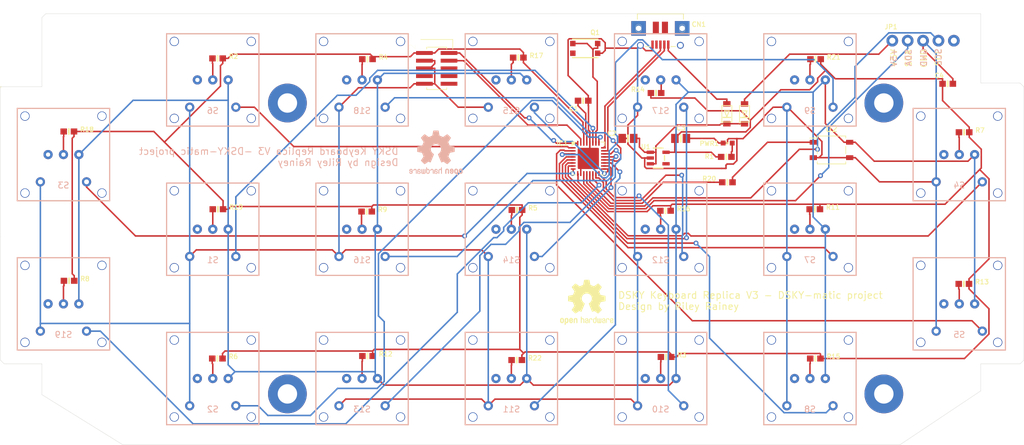
<source format=kicad_pcb>
(kicad_pcb (version 20171130) (host pcbnew "(5.1.5)-3")
  (layers (0 F.Cu signal) (31 B.Cu signal) (34 B.Paste user) (35 F.Paste user) (36 B.SilkS user) (37 F.SilkS user) (38 B.Mask user) (39 F.Mask user) (44 Edge.Cuts user))
  (net 0 "")
  (net 1 "Net-(S1-Pad5)")
  (net 2 GND)
  (net 3 "Net-(S2-Pad5)")
  (net 4 "Net-(S3-Pad5)")
  (net 5 "Net-(S4-Pad5)")
  (net 6 "Net-(S5-Pad5)")
  (net 7 "Net-(S7-Pad5)")
  (net 8 "Net-(S8-Pad5)")
  (net 9 "Net-(S9-Pad5)")
  (net 10 "Net-(S10-Pad5)")
  (net 11 "Net-(S11-Pad5)")
  (net 12 "Net-(S12-Pad5)")
  (net 13 "Net-(S13-Pad5)")
  (net 14 "Net-(S14-Pad5)")
  (net 15 "Net-(S15-Pad5)")
  (net 16 "Net-(S16-Pad5)")
  (net 17 "Net-(S17-Pad5)")
  (net 18 "Net-(S18-Pad5)")
  (net 19 "Net-(S19-Pad5)")
  (net 20 "Net-(S6-Pad5)")
  (net 21 PA28)
  (net 22 PA27)
  (net 23 PA00)
  (net 24 PA01)
  (net 25 PA24)
  (net 26 PA03)
  (net 27 PA04)
  (net 28 PA02)
  (net 29 PA15)
  (net 30 PA18)
  (net 31 PA14)
  (net 32 PA23)
  (net 33 PA17)
  (net 34 PA16)
  (net 35 PA22)
  (net 36 PA05)
  (net 37 PA19)
  (net 38 "Net-(C1-Pad1)")
  (net 39 /VOUT)
  (net 40 3.3V)
  (net 41 "Net-(CN1-PadID)")
  (net 42 PA25)
  (net 43 VBUS)
  (net 44 /~RESET)
  (net 45 /D2_A1_PA09_SCL_MISO)
  (net 46 "Net-(PWR1-PadA)")
  (net 47 "Net-(Q1-PadB')")
  (net 48 "Net-(U1-Pad4)")
  (net 49 VBAT)
  (net 50 /SWDIO)
  (net 51 /SWCLK)
  (net 52 PA11)
  (net 53 PA06)
  (net 54 "Net-(JP1-Pad5)")
  (net 55 "Net-(R2-Pad1)")
  (net 56 "Net-(R3-Pad1)")
  (net 57 "Net-(R4-Pad1)")
  (net 58 "Net-(R5-Pad1)")
  (net 59 "Net-(R6-Pad1)")
  (net 60 "Net-(R7-Pad1)")
  (net 61 "Net-(R8-Pad1)")
  (net 62 "Net-(R9-Pad1)")
  (net 63 "Net-(R11-Pad1)")
  (net 64 "Net-(R12-Pad1)")
  (net 65 "Net-(R13-Pad1)")
  (net 66 "Net-(R14-Pad1)")
  (net 67 "Net-(R15-Pad1)")
  (net 68 "Net-(R16-Pad1)")
  (net 69 "Net-(R17-Pad1)")
  (net 70 "Net-(R18-Pad1)")
  (net 71 "Net-(R19-Pad1)")
  (net 72 "Net-(JP2-Pad6)")
  (net 73 "Net-(JP2-Pad7)")
  (net 74 "Net-(JP2-Pad8)")
  (net 75 "Net-(JP2-Pad10)")
  (net 76 PA07)
  (net 77 /D0_A4_PA08_SDA)
  (net 78 "Net-(R21-Pad1)")
  (net 79 "Net-(R22-Pad1)")
  (net 80 "Net-(IC1-Pad13)")
  (net 81 "Net-(R20-Pad1)")
  (net 82 "Net-(S1-Pad3)")
  (module Package_SO:SO-4_4.4x4.3mm_P2.54mm (layer F.Cu) (at 205.232 88.519)
    (fp_text reference U2 (at 0 -3.5) (layer F.SilkS))
    (fp_text value AQY232SZ)
    (pad 3 smd rect (at 3 1.27 270) (size 0.8 1.2) (layers F.Cu F.Paste F.Mask) (net 2 GND))
    (pad 2 smd rect (at -3 1.27 270) (size 0.8 1.2) (layers F.Cu F.Paste F.Mask) (net 2 GND))
    (pad 1 smd rect (at -3 -1.27 270) (size 0.8 1.2) (layers F.Cu F.Paste F.Mask) (net 81 "Net-(R20-Pad1)"))
    (pad 4 smd rect (at 3 -1.27 270) (size 0.8 1.2) (layers F.Cu F.Paste F.Mask) (net 82 "Net-(S1-Pad3)"))
  )
  (module "Trinket M0 rev D:3221-10-0300-00-TR" (layer F.Cu) (at 140.081 75.057 270)
    (fp_text reference JP2 (at -2.6924 4.0386 270) (layer F.SilkS) (effects (font (size 1.000677 1.000677) (thickness 0.015))))
    (fp_text value 3221-10-0300-00-TR)
    (pad 1 smd rect (at -2.54 2.03 270) (size 0.65 2.76) (layers F.Cu F.Paste F.Mask) (net 40 3.3V))
    (pad 2 smd rect (at -2.54 -2.03 270) (size 0.65 2.76) (layers F.Cu F.Paste F.Mask) (net 50 /SWDIO))
    (pad 3 smd rect (at -1.27 2.03 270) (size 0.65 2.76) (layers F.Cu F.Paste F.Mask) (net 2 GND))
    (pad 4 smd rect (at -1.27 -2.03 270) (size 0.65 2.75) (layers F.Cu F.Paste F.Mask) (net 51 /SWCLK))
    (pad 5 smd rect (at 0 2.03 270) (size 0.65 2.76) (layers F.Cu F.Paste F.Mask) (net 2 GND))
    (pad 6 smd rect (at 0 -2.03 270) (size 0.65 2.76) (layers F.Cu F.Paste F.Mask) (net 72 "Net-(JP2-Pad6)"))
    (pad 7 smd rect (at 1.27 2.03 270) (size 0.65 2.76) (layers F.Cu F.Paste F.Mask) (net 73 "Net-(JP2-Pad7)"))
    (pad 8 smd rect (at 1.27 -2.03 270) (size 0.65 2.76) (layers F.Cu F.Paste F.Mask) (net 74 "Net-(JP2-Pad8)"))
    (pad 9 smd rect (at 2.54 2.03 270) (size 0.65 2.76) (layers F.Cu F.Paste F.Mask) (net 2 GND))
    (pad 10 smd rect (at 2.54 -2.03 270) (size 0.65 2.76) (layers F.Cu F.Paste F.Mask) (net 75 "Net-(JP2-Pad10)"))
  )
  (module MountingHole:MountingHole_3.2mm_M3_Pad (layer F.Cu) (at 213.868 80.772)
    (fp_text reference J6 hide)
    (fp_text value MOUNTINGHOLE3.0 hide)
    (pad 1 thru_hole circle (at 0 0) (size 6.4 6.4) (drill 3.2) (layers *.Cu *.Mask))
  )
  (module Symbol:OSHW-Logo2_9.8x8mm_SilkScreen (layer F.Cu) (at 164.846 113.665)
    (fp_text reference REF1 hide)
    (fp_text value OSHW-Logo2_9.8x8mm_SilkScreen hide)
  )
  (module Symbol:OSHW-Logo2_9.8x8mm_SilkScreen (layer B.Cu) (at 139.954 89.027 180)
    (fp_text reference REF** hide)
    (fp_text value OSHW-Logo2_9.8x8mm_SilkScreen hide)
  )
  (module "Trinket M0 rev D:4UCONN_20329_V2" (layer F.Cu) (at 176.994 70.353 180)
    (fp_text reference CN1 (at -5.092 3.016 180) (layer F.SilkS) (effects (font (size 0.77216 0.77216) (thickness 0.138988)) (justify left top)))
    (fp_text value 4U#20329)
    (fp_line (start 3.15 2.2) (end 3.15 1.6) (layer Edge.Cuts) (width 0.05))
    (fp_arc (start 3.55 1.65) (end 3.15 1.6) (angle 90) (layer Edge.Cuts) (width 0.05))
    (fp_arc (start 3.65 1.65) (end 3.6 1.25) (angle 90) (layer Edge.Cuts) (width 0.05))
    (fp_line (start 4.05 1.6) (end 4.05 2.2) (layer Edge.Cuts) (width 0.05))
    (fp_arc (start 3.55 2.15) (end 3.6 2.55) (angle 90) (layer Edge.Cuts) (width 0.05))
    (fp_arc (start 3.65 2.15) (end 4.05 2.2) (angle 90) (layer Edge.Cuts) (width 0.05))
    (fp_line (start -4.05 2.15) (end -4.05 1.6) (layer Edge.Cuts) (width 0.05))
    (fp_arc (start -3.675 2.175) (end -3.7 2.55) (angle 90) (layer Edge.Cuts) (width 0.05))
    (fp_line (start -3.5 2.55) (end -3.7 2.55) (layer Edge.Cuts) (width 0.05))
    (fp_arc (start -3.525 2.175) (end -3.15 2.15) (angle 90) (layer Edge.Cuts) (width 0.05))
    (fp_line (start -3.15 1.6) (end -3.15 2.15) (layer Edge.Cuts) (width 0.05))
    (fp_arc (start -3.5 1.6) (end -3.5 1.25) (angle 90) (layer Edge.Cuts) (width 0.05))
    (fp_line (start -3.7 1.25) (end -3.5 1.25) (layer Edge.Cuts) (width 0.05))
    (fp_arc (start -3.7 1.6) (end -4.05 1.6) (angle 90) (layer Edge.Cuts) (width 0.05))
    (pad BASE@2 smd rect (at 0.75 2 270) (size 2 1) (layers F.Cu F.Paste F.Mask))
    (pad BASE@1 smd rect (at -0.75 2 270) (size 2 1) (layers F.Cu F.Paste F.Mask))
    (pad GND smd rect (at 1.3 -0.775 180) (size 0.4 1.35) (layers F.Cu F.Mask) (net 2 GND))
    (pad ID smd rect (at 0.65 -0.775 180) (size 0.4 1.35) (layers F.Cu F.Mask) (net 41 "Net-(CN1-PadID)"))
    (pad D+ smd rect (at 0 -0.775 180) (size 0.4 1.35) (layers F.Cu F.Mask) (net 42 PA25))
    (pad D- smd rect (at -0.65 -0.775 180) (size 0.4 1.35) (layers F.Cu F.Mask) (net 25 PA24))
    (pad VBUS smd rect (at -1.3 -0.775 180) (size 0.4 1.35) (layers F.Cu F.Mask) (net 43 VBUS))
    (pad SPRT@2 thru_hole circle (at 3.3 -0.9 180) (size 1.143 1.143) (drill 0.8) (layers *.Cu *.Mask) (net 2 GND))
    (pad SPRT@1 thru_hole circle (at -3.3 -0.9) (size 1.143 1.143) (drill 0.8) (layers *.Cu *.Mask))
    (pad SPRT@3 thru_hole rect (at -3.6 1.9 270) (size 2.413 2.413) (drill 0.9) (layers *.Cu *.Mask))
    (pad SPRT@4 thru_hole rect (at 3.6 1.9 270) (size 2.413 2.413) (drill 0.9) (layers *.Cu *.Mask))
    (pad "" np_thru_hole circle (at 1.95 0 180) (size 0.7 0.7) (drill 0.7) (layers *.Cu *.Mask))
    (pad "" np_thru_hole circle (at -1.95 0 180) (size 0.7 0.7) (drill 0.7) (layers *.Cu *.Mask))
  )
  (module "Trinket M0 rev D:0603-NO" (layer F.Cu) (at 153.289 123.19)
    (fp_text reference R22 (at 1.778 0.127) (layer F.SilkS) (effects (font (size 0.77216 0.77216) (thickness 0.138988)) (justify left bottom)))
    (fp_text value 1.5K)
    (pad 2 smd rect (at 0.85 0) (size 1.075 1) (layers F.Cu F.Paste F.Mask) (net 40 3.3V))
    (pad 1 smd rect (at -0.85 0) (size 1.075 1) (layers F.Cu F.Paste F.Mask) (net 79 "Net-(R22-Pad1)"))
  )
  (module "Trinket M0 rev D:0603-NO" (layer F.Cu) (at 202.604 73.533)
    (fp_text reference R21 (at 1.778 0.127) (layer F.SilkS) (effects (font (size 0.77216 0.77216) (thickness 0.138988)) (justify left bottom)))
    (fp_text value 1.5K)
    (pad 2 smd rect (at 0.85 0) (size 1.075 1) (layers F.Cu F.Paste F.Mask) (net 40 3.3V))
    (pad 1 smd rect (at -0.85 0) (size 1.075 1) (layers F.Cu F.Paste F.Mask) (net 78 "Net-(R21-Pad1)"))
  )
  (module MountingHole:MountingHole_3.2mm_M3_Pad (layer F.Cu) (at 213.868 128.778)
    (fp_text reference J8 hide)
    (fp_text value MOUNTINGHOLE3.0 hide)
    (pad 1 thru_hole circle (at 0 0) (size 6.4 6.4) (drill 3.2) (layers *.Cu *.Mask))
  )
  (module MountingHole:MountingHole_3.2mm_M3_Pad (layer F.Cu) (at 115.443 128.778)
    (fp_text reference J2 hide)
    (fp_text value MOUNTINGHOLE3.0 hide)
    (pad 1 thru_hole circle (at 0 0) (size 6.4 6.4) (drill 3.2) (layers *.Cu *.Mask))
  )
  (module MountingHole:MountingHole_3.2mm_M3_Pad (layer F.Cu) (at 115.443 80.772)
    (fp_text reference J1 hide)
    (fp_text value MOUNTINGHOLE3.0 hide)
    (pad 1 thru_hole circle (at 0 0) (size 6.4 6.4) (drill 3.2) (layers *.Cu *.Mask))
  )
  (module "Trinket M0 rev D:0603-NO" (layer F.Cu) (at 188.048 93.853 180)
    (fp_text reference R20 (at 1.778 0.127) (layer F.SilkS) (effects (font (size 0.77216 0.77216) (thickness 0.138988)) (justify right bottom)))
    (fp_text value 1.1K)
    (pad 2 smd rect (at 0.85 0 180) (size 1.075 1) (layers F.Cu F.Paste F.Mask) (net 80 "Net-(IC1-Pad13)"))
    (pad 1 smd rect (at -0.85 0 180) (size 1.075 1) (layers F.Cu F.Paste F.Mask) (net 81 "Net-(R20-Pad1)"))
  )
  (module "Trinket M0 rev D:0603-NO" (layer F.Cu) (at 103.974 98.298)
    (fp_text reference R19 (at 1.778 0.127) (layer F.SilkS) (effects (font (size 0.77216 0.77216) (thickness 0.138988)) (justify left bottom)))
    (fp_text value 1.5K)
    (pad 2 smd rect (at 0.85 0) (size 1.075 1) (layers F.Cu F.Paste F.Mask) (net 40 3.3V))
    (pad 1 smd rect (at -0.85 0) (size 1.075 1) (layers F.Cu F.Paste F.Mask) (net 71 "Net-(R19-Pad1)"))
  )
  (module "Trinket M0 rev D:0603-NO" (layer F.Cu) (at 79.375 85.471)
    (fp_text reference R18 (at 1.778 0.127) (layer F.SilkS) (effects (font (size 0.77216 0.77216) (thickness 0.138988)) (justify left bottom)))
    (fp_text value 1.5K)
    (pad 2 smd rect (at 0.85 0) (size 1.075 1) (layers F.Cu F.Paste F.Mask) (net 40 3.3V))
    (pad 1 smd rect (at -0.85 0) (size 1.075 1) (layers F.Cu F.Paste F.Mask) (net 70 "Net-(R18-Pad1)"))
  )
  (module "Trinket M0 rev D:0603-NO" (layer F.Cu) (at 153.543 73.279)
    (fp_text reference R17 (at 1.778 0.127) (layer F.SilkS) (effects (font (size 0.77216 0.77216) (thickness 0.138988)) (justify left bottom)))
    (fp_text value 1.5K)
    (pad 2 smd rect (at 0.85 0) (size 1.075 1) (layers F.Cu F.Paste F.Mask) (net 40 3.3V))
    (pad 1 smd rect (at -0.85 0) (size 1.075 1) (layers F.Cu F.Paste F.Mask) (net 69 "Net-(R17-Pad1)"))
  )
  (module "Trinket M0 rev D:0603-NO" (layer F.Cu) (at 177.839 98.552)
    (fp_text reference R16 (at 1.778 0.127) (layer F.SilkS) (effects (font (size 0.77216 0.77216) (thickness 0.138988)) (justify left bottom)))
    (fp_text value 1.5K)
    (pad 2 smd rect (at 0.85 0) (size 1.075 1) (layers F.Cu F.Paste F.Mask) (net 40 3.3V))
    (pad 1 smd rect (at -0.85 0) (size 1.075 1) (layers F.Cu F.Paste F.Mask) (net 68 "Net-(R16-Pad1)"))
  )
  (module "Trinket M0 rev D:0603-NO" (layer F.Cu) (at 202.565 122.936)
    (fp_text reference R15 (at 1.778 0.127) (layer F.SilkS) (effects (font (size 0.77216 0.77216) (thickness 0.138988)) (justify left bottom)))
    (fp_text value 1.5K)
    (pad 2 smd rect (at 0.85 0) (size 1.075 1) (layers F.Cu F.Paste F.Mask) (net 40 3.3V))
    (pad 1 smd rect (at -0.85 0) (size 1.075 1) (layers F.Cu F.Paste F.Mask) (net 67 "Net-(R15-Pad1)"))
  )
  (module "Trinket M0 rev D:0603-NO" (layer F.Cu) (at 176.276 79.121 180)
    (fp_text reference R14 (at 1.778 0.127) (layer F.SilkS) (effects (font (size 0.77216 0.77216) (thickness 0.138988)) (justify right bottom)))
    (fp_text value 1.5K)
    (pad 2 smd rect (at 0.85 0 180) (size 1.075 1) (layers F.Cu F.Paste F.Mask) (net 40 3.3V))
    (pad 1 smd rect (at -0.85 0 180) (size 1.075 1) (layers F.Cu F.Paste F.Mask) (net 66 "Net-(R14-Pad1)"))
  )
  (module "Trinket M0 rev D:0603-NO" (layer F.Cu) (at 227.076 110.617)
    (fp_text reference R13 (at 1.778 0.127) (layer F.SilkS) (effects (font (size 0.77216 0.77216) (thickness 0.138988)) (justify left bottom)))
    (fp_text value 1.5K)
    (pad 2 smd rect (at 0.85 0) (size 1.075 1) (layers F.Cu F.Paste F.Mask) (net 40 3.3V))
    (pad 1 smd rect (at -0.85 0) (size 1.075 1) (layers F.Cu F.Paste F.Mask) (net 65 "Net-(R13-Pad1)"))
  )
  (module "Trinket M0 rev D:0603-NO" (layer F.Cu) (at 128.664 122.523)
    (fp_text reference R12 (at 1.778 0.127) (layer F.SilkS) (effects (font (size 0.77216 0.77216) (thickness 0.138988)) (justify left bottom)))
    (fp_text value 1.5K)
    (pad 2 smd rect (at 0.85 0) (size 1.075 1) (layers F.Cu F.Paste F.Mask) (net 40 3.3V))
    (pad 1 smd rect (at -0.85 0) (size 1.075 1) (layers F.Cu F.Paste F.Mask) (net 64 "Net-(R12-Pad1)"))
  )
  (module "Trinket M0 rev D:0603-NO" (layer F.Cu) (at 202.477 98.298)
    (fp_text reference R11 (at 1.778 0.127) (layer F.SilkS) (effects (font (size 0.77216 0.77216) (thickness 0.138988)) (justify left bottom)))
    (fp_text value 1.5K)
    (pad 2 smd rect (at 0.85 0) (size 1.075 1) (layers F.Cu F.Paste F.Mask) (net 40 3.3V))
    (pad 1 smd rect (at -0.85 0) (size 1.075 1) (layers F.Cu F.Paste F.Mask) (net 63 "Net-(R11-Pad1)"))
  )
  (module "Trinket M0 rev D:0603-NO" (layer F.Cu) (at 128.524 98.679)
    (fp_text reference R9 (at 1.778 0.127) (layer F.SilkS) (effects (font (size 0.77216 0.77216) (thickness 0.138988)) (justify left bottom)))
    (fp_text value 1.5K)
    (pad 2 smd rect (at 0.85 0) (size 1.075 1) (layers F.Cu F.Paste F.Mask) (net 40 3.3V))
    (pad 1 smd rect (at -0.85 0) (size 1.075 1) (layers F.Cu F.Paste F.Mask) (net 62 "Net-(R9-Pad1)"))
  )
  (module "Trinket M0 rev D:0603-NO" (layer F.Cu) (at 79.414 110.109)
    (fp_text reference R8 (at 1.778 0.127) (layer F.SilkS) (effects (font (size 0.77216 0.77216) (thickness 0.138988)) (justify left bottom)))
    (fp_text value 1.5K)
    (pad 2 smd rect (at 0.85 0) (size 1.075 1) (layers F.Cu F.Paste F.Mask) (net 40 3.3V))
    (pad 1 smd rect (at -0.85 0) (size 1.075 1) (layers F.Cu F.Paste F.Mask) (net 61 "Net-(R8-Pad1)"))
  )
  (module "Trinket M0 rev D:0603-NO" (layer F.Cu) (at 227.115 85.598)
    (fp_text reference R7 (at 1.778 0.127) (layer F.SilkS) (effects (font (size 0.77216 0.77216) (thickness 0.138988)) (justify left bottom)))
    (fp_text value 1.5K)
    (pad 2 smd rect (at 0.85 0) (size 1.075 1) (layers F.Cu F.Paste F.Mask) (net 40 3.3V))
    (pad 1 smd rect (at -0.85 0) (size 1.075 1) (layers F.Cu F.Paste F.Mask) (net 60 "Net-(R7-Pad1)"))
  )
  (module "Trinket M0 rev D:0603-NO" (layer F.Cu) (at 103.886 122.936)
    (fp_text reference R6 (at 1.778 0.127) (layer F.SilkS) (effects (font (size 0.77216 0.77216) (thickness 0.138988)) (justify left bottom)))
    (fp_text value 1.5K)
    (pad 2 smd rect (at 0.85 0) (size 1.075 1) (layers F.Cu F.Paste F.Mask) (net 40 3.3V))
    (pad 1 smd rect (at -0.85 0) (size 1.075 1) (layers F.Cu F.Paste F.Mask) (net 59 "Net-(R6-Pad1)"))
  )
  (module "Trinket M0 rev D:0603-NO" (layer F.Cu) (at 153.328 98.425)
    (fp_text reference R5 (at 1.778 0.127) (layer F.SilkS) (effects (font (size 0.77216 0.77216) (thickness 0.138988)) (justify left bottom)))
    (fp_text value 1.5K)
    (pad 2 smd rect (at 0.85 0) (size 1.075 1) (layers F.Cu F.Paste F.Mask) (net 40 3.3V))
    (pad 1 smd rect (at -0.85 0) (size 1.075 1) (layers F.Cu F.Paste F.Mask) (net 58 "Net-(R5-Pad1)"))
  )
  (module "Trinket M0 rev D:0603-NO" (layer F.Cu) (at 128.651 73.533)
    (fp_text reference R4 (at 1.778 0.127) (layer F.SilkS) (effects (font (size 0.77216 0.77216) (thickness 0.138988)) (justify left bottom)))
    (fp_text value 1.5K)
    (pad 2 smd rect (at 0.85 0) (size 1.075 1) (layers F.Cu F.Paste F.Mask) (net 40 3.3V))
    (pad 1 smd rect (at -0.85 0) (size 1.075 1) (layers F.Cu F.Paste F.Mask) (net 57 "Net-(R4-Pad1)"))
  )
  (module "Trinket M0 rev D:0603-NO" (layer F.Cu) (at 177.927 122.682)
    (fp_text reference R3 (at 1.778 0.127) (layer F.SilkS) (effects (font (size 0.77216 0.77216) (thickness 0.138988)) (justify left bottom)))
    (fp_text value 1.5K)
    (pad 2 smd rect (at 0.85 0) (size 1.075 1) (layers F.Cu F.Paste F.Mask) (net 40 3.3V))
    (pad 1 smd rect (at -0.85 0) (size 1.075 1) (layers F.Cu F.Paste F.Mask) (net 56 "Net-(R3-Pad1)"))
  )
  (module "Trinket M0 rev D:0603-NO" (layer F.Cu) (at 103.925 73.406)
    (fp_text reference R2 (at 1.778 0.127) (layer F.SilkS) (effects (font (size 0.77216 0.77216) (thickness 0.138988)) (justify left bottom)))
    (fp_text value 1.5K)
    (pad 2 smd rect (at 0.85 0) (size 1.075 1) (layers F.Cu F.Paste F.Mask) (net 40 3.3V))
    (pad 1 smd rect (at -0.85 0) (size 1.075 1) (layers F.Cu F.Paste F.Mask) (net 55 "Net-(R2-Pad1)"))
  )
  (module "Trinket M0 rev D:SOT23-5" (layer F.Cu) (at 176.627 89.85 270)
    (fp_text reference U1 (at -2.286 2.921) (layer F.SilkS) (effects (font (size 0.77216 0.77216) (thickness 0.138988)) (justify left top)))
    (fp_text value AP2112K-3.3)
    (pad 5 smd rect (at -0.95 -1.3001 270) (size 0.55 1.2) (layers F.Cu F.Paste F.Mask) (net 40 3.3V))
    (pad 4 smd rect (at 0.95 -1.3001 270) (size 0.55 1.2) (layers F.Cu F.Paste F.Mask) (net 48 "Net-(U1-Pad4)"))
    (pad 3 smd rect (at 0.95 1.3001 270) (size 0.55 1.2) (layers F.Cu F.Paste F.Mask) (net 39 /VOUT))
    (pad 2 smd rect (at 0 1.3001 270) (size 0.55 1.2) (layers F.Cu F.Paste F.Mask) (net 2 GND))
    (pad 1 smd rect (at -0.95 1.3001 270) (size 0.55 1.2) (layers F.Cu F.Paste F.Mask) (net 39 /VOUT))
  )
  (module "Trinket M0 rev D:0603-NO" (layer F.Cu) (at 187.872 89.662 180)
    (fp_text reference R1 (at 1.944 -0.381) (layer F.SilkS) (effects (font (size 0.77216 0.77216) (thickness 0.138988)) (justify right bottom)))
    (fp_text value 1.5K)
    (pad 2 smd rect (at 0.85 0 180) (size 1.075 1) (layers F.Cu F.Paste F.Mask) (net 40 3.3V))
    (pad 1 smd rect (at -0.85 0 180) (size 1.075 1) (layers F.Cu F.Paste F.Mask) (net 46 "Net-(PWR1-PadA)"))
  )
  (module "Trinket M0 rev D:BTN_KMR2_4.6X2.8" (layer F.Cu) (at 164.592 71.755)
    (fp_text reference Q1 (at 0.762 -2.159) (layer F.SilkS) (effects (font (size 0.77216 0.77216) (thickness 0.138988)) (justify left bottom)))
    (fp_text value reset)
    (pad A' smd rect (at -2.05 -0.8) (size 0.9 0.9) (layers F.Cu F.Paste F.Mask) (net 44 /~RESET))
    (pad B' smd rect (at -2.05 0.8) (size 0.9 0.9) (layers F.Cu F.Paste F.Mask) (net 47 "Net-(Q1-PadB')"))
    (pad B smd rect (at 2.05 0.8) (size 0.9 0.9) (layers F.Cu F.Paste F.Mask) (net 2 GND))
    (pad A smd rect (at 2.05 -0.8) (size 0.9 0.9) (layers F.Cu F.Paste F.Mask) (net 44 /~RESET))
  )
  (module "Trinket M0 rev D:CHIPLED_0603_NOOUTLINE" (layer F.Cu) (at 188.099 87.376 90)
    (fp_text reference PWR1 (at 0.381 -4.711 180) (layer F.SilkS) (effects (font (size 0.77216 0.77216) (thickness 0.138988)) (justify left top)))
    (fp_text value green)
    (pad A smd rect (at 0 0.75 90) (size 0.8 0.8) (layers F.Cu F.Paste F.Mask) (net 46 "Net-(PWR1-PadA)"))
    (pad C smd rect (at 0 -0.75 90) (size 0.8 0.8) (layers F.Cu F.Paste F.Mask) (net 2 GND))
  )
  (module "Trinket M0 rev D:1X05_ROUND_76" (layer F.Cu) (at 220.345 70.485)
    (fp_text reference JP1 (at -6.4262 -1.8288) (layer F.SilkS) (effects (font (size 0.77216 0.77216) (thickness 0.138988)) (justify left bottom)))
    (fp_text value HEADER-1X576MIL)
    (pad 5 thru_hole circle (at 5.08 0 90) (size 1.9304 1.9304) (drill 1) (layers *.Cu *.Mask) (net 54 "Net-(JP1-Pad5)"))
    (pad 4 thru_hole circle (at 2.54 0 90) (size 1.9304 1.9304) (drill 1) (layers *.Cu *.Mask) (net 45 /D2_A1_PA09_SCL_MISO))
    (pad 3 thru_hole circle (at 0 0 90) (size 1.9304 1.9304) (drill 1) (layers *.Cu *.Mask) (net 2 GND))
    (pad 2 thru_hole circle (at -2.54 0 90) (size 1.9304 1.9304) (drill 1) (layers *.Cu *.Mask) (net 77 /D0_A4_PA08_SDA))
    (pad 1 thru_hole circle (at -5.08 0 90) (size 1.9304 1.9304) (drill 1) (layers *.Cu *.Mask) (net 49 VBAT))
  )
  (module "Trinket M0 rev D:QFN32_5MM" (layer F.Cu) (at 165.1 89.916)
    (fp_text reference IC1 (at -5.334 -2.032) (layer F.SilkS) (effects (font (size 0.77216 0.77216) (thickness 0.138988)) (justify left bottom)))
    (fp_text value ATSAMD21E)
    (pad 32 smd rect (at -1.75 -2.5) (size 0.25 0.8) (layers F.Cu F.Paste F.Mask) (net 50 /SWDIO))
    (pad 31 smd rect (at -1.25 -2.5) (size 0.25 0.8) (layers F.Cu F.Paste F.Mask) (net 51 /SWCLK))
    (pad 30 smd rect (at -0.75 -2.5) (size 0.25 0.8) (layers F.Cu F.Paste F.Mask) (net 40 3.3V))
    (pad 29 smd rect (at -0.25 -2.5) (size 0.25 0.8) (layers F.Cu F.Paste F.Mask) (net 38 "Net-(C1-Pad1)"))
    (pad 28 smd rect (at 0.25 -2.5) (size 0.25 0.8) (layers F.Cu F.Paste F.Mask) (net 2 GND))
    (pad 27 smd rect (at 0.75 -2.5) (size 0.25 0.8) (layers F.Cu F.Paste F.Mask) (net 21 PA28))
    (pad 26 smd rect (at 1.25 -2.5) (size 0.25 0.8) (layers F.Cu F.Paste F.Mask) (net 44 /~RESET))
    (pad 25 smd rect (at 1.75 -2.5) (size 0.25 0.8) (layers F.Cu F.Paste F.Mask) (net 22 PA27))
    (pad 24 smd rect (at 2.5 -1.75 270) (size 0.25 0.8) (layers F.Cu F.Paste F.Mask) (net 42 PA25))
    (pad 23 smd rect (at 2.5 -1.25 270) (size 0.25 0.8) (layers F.Cu F.Paste F.Mask) (net 25 PA24))
    (pad 22 smd rect (at 2.5 -0.75 270) (size 0.25 0.8) (layers F.Cu F.Paste F.Mask) (net 32 PA23))
    (pad 21 smd rect (at 2.5 -0.25 270) (size 0.25 0.8) (layers F.Cu F.Paste F.Mask) (net 35 PA22))
    (pad 20 smd rect (at 2.5 0.25 270) (size 0.25 0.8) (layers F.Cu F.Paste F.Mask) (net 37 PA19))
    (pad 19 smd rect (at 2.5 0.75 270) (size 0.25 0.8) (layers F.Cu F.Paste F.Mask) (net 30 PA18))
    (pad 18 smd rect (at 2.5 1.25 270) (size 0.25 0.8) (layers F.Cu F.Paste F.Mask) (net 33 PA17))
    (pad 17 smd rect (at 2.5 1.75 270) (size 0.25 0.8) (layers F.Cu F.Paste F.Mask) (net 34 PA16))
    (pad 16 smd rect (at 1.75 2.5 180) (size 0.25 0.8) (layers F.Cu F.Paste F.Mask) (net 29 PA15))
    (pad 15 smd rect (at 1.25 2.5 180) (size 0.25 0.8) (layers F.Cu F.Paste F.Mask) (net 31 PA14))
    (pad 14 smd rect (at 0.75 2.5 180) (size 0.25 0.8) (layers F.Cu F.Paste F.Mask) (net 52 PA11))
    (pad 13 smd rect (at 0.25 2.5 180) (size 0.25 0.8) (layers F.Cu F.Paste F.Mask) (net 80 "Net-(IC1-Pad13)"))
    (pad 12 smd rect (at -0.25 2.5 180) (size 0.25 0.8) (layers F.Cu F.Paste F.Mask) (net 45 /D2_A1_PA09_SCL_MISO))
    (pad 11 smd rect (at -0.75 2.5 180) (size 0.25 0.8) (layers F.Cu F.Paste F.Mask) (net 77 /D0_A4_PA08_SDA))
    (pad 10 smd rect (at -1.25 2.5 180) (size 0.25 0.8) (layers F.Cu F.Paste F.Mask) (net 2 GND))
    (pad 9 smd rect (at -1.75 2.5 180) (size 0.25 0.8) (layers F.Cu F.Paste F.Mask) (net 40 3.3V))
    (pad 8 smd rect (at -2.5 1.75 90) (size 0.25 0.8) (layers F.Cu F.Paste F.Mask) (net 76 PA07))
    (pad 7 smd rect (at -2.5 1.25 90) (size 0.25 0.8) (layers F.Cu F.Paste F.Mask) (net 53 PA06))
    (pad 6 smd rect (at -2.5 0.75 90) (size 0.25 0.8) (layers F.Cu F.Paste F.Mask) (net 36 PA05))
    (pad 5 smd rect (at -2.5 0.25 90) (size 0.25 0.8) (layers F.Cu F.Paste F.Mask) (net 27 PA04))
    (pad 4 smd rect (at -2.5 -0.25 90) (size 0.25 0.8) (layers F.Cu F.Paste F.Mask) (net 26 PA03))
    (pad 3 smd rect (at -2.5 -0.75 90) (size 0.25 0.8) (layers F.Cu F.Paste F.Mask) (net 28 PA02))
    (pad 2 smd rect (at -2.5 -1.25 90) (size 0.25 0.8) (layers F.Cu F.Paste F.Mask) (net 24 PA01))
    (pad 1 smd rect (at -2.5 -1.75 90) (size 0.25 0.8) (layers F.Cu F.Paste F.Mask) (net 23 PA00))
    (pad 33 smd roundrect (at 0 0) (size 3.5 3.5) (layers F.Cu F.Mask) (roundrect_rratio 0.05) (net 2 GND))
  )
  (module "Trinket M0 rev D:SOD-123FL" (layer F.Cu) (at 187.96 82.55 90)
    (fp_text reference D2 (at -1.1 -1 270) (layer F.SilkS) (effects (font (size 0.38608 0.38608) (thickness 0.030886)) (justify right top)))
    (fp_text value "SCHOTTKY 30V ")
    (pad A smd rect (at 1.6375 0 90) (size 0.91 1.22) (layers F.Cu F.Paste F.Mask) (net 43 VBUS))
    (pad C smd rect (at -1.6375 0 90) (size 0.91 1.22) (layers F.Cu F.Paste F.Mask) (net 39 /VOUT))
  )
  (module "Trinket M0 rev D:SOD-123FL" (layer F.Cu) (at 190.881 82.5635 90)
    (fp_text reference D1 (at -1.1 -1 270) (layer F.SilkS) (effects (font (size 0.38608 0.38608) (thickness 0.030886)) (justify right top)))
    (fp_text value "SCHOTTKY 30V ")
    (pad A smd rect (at 1.6375 0 90) (size 0.91 1.22) (layers F.Cu F.Paste F.Mask) (net 49 VBAT))
    (pad C smd rect (at -1.6375 0 90) (size 0.91 1.22) (layers F.Cu F.Paste F.Mask) (net 39 /VOUT))
  )
  (module "Trinket M0 rev D:0603-NO" (layer F.Cu) (at 224.409 77.597)
    (fp_text reference C4 (at -2.247 -0.889) (layer F.SilkS) (effects (font (size 0.77216 0.77216) (thickness 0.138988)) (justify left bottom)))
    (fp_text value 1uF)
    (pad 2 smd rect (at 0.85 0) (size 1.075 1) (layers F.Cu F.Paste F.Mask) (net 2 GND))
    (pad 1 smd rect (at -0.85 0) (size 1.075 1) (layers F.Cu F.Paste F.Mask) (net 40 3.3V))
  )
  (module "Trinket M0 rev D:0805-NO" (layer F.Cu) (at 180.34 86.614)
    (fp_text reference C3 (at 0.889 -2.159) (layer F.SilkS) (effects (font (size 0.77216 0.77216) (thickness 0.138988)) (justify right top)))
    (fp_text value 10uF)
    (pad 2 smd rect (at 0.95 0) (size 1.24 1.5) (layers F.Cu F.Paste F.Mask) (net 2 GND))
    (pad 1 smd rect (at -0.95 0) (size 1.24 1.5) (layers F.Cu F.Paste F.Mask) (net 40 3.3V))
  )
  (module "Trinket M0 rev D:0805-NO" (layer F.Cu) (at 171.643 86.614 180)
    (fp_text reference C2 (at 3.495 1.27 180) (layer F.SilkS) (effects (font (size 0.77216 0.77216) (thickness 0.138988)) (justify left top)))
    (fp_text value 10uF)
    (pad 2 smd rect (at 0.95 0 180) (size 1.24 1.5) (layers F.Cu F.Paste F.Mask) (net 2 GND))
    (pad 1 smd rect (at -0.95 0 180) (size 1.24 1.5) (layers F.Cu F.Paste F.Mask) (net 39 /VOUT))
  )
  (module "Trinket M0 rev D:0603-NO" (layer F.Cu) (at 164.25 80.391)
    (fp_text reference C1 (at -2.413 1.778) (layer F.SilkS) (effects (font (size 0.77216 0.77216) (thickness 0.138988)) (justify left bottom)))
    (fp_text value 1uF)
    (pad 2 smd rect (at 0.85 0) (size 1.075 1) (layers F.Cu F.Paste F.Mask) (net 2 GND))
    (pad 1 smd rect (at -0.85 0) (size 1.075 1) (layers F.Cu F.Paste F.Mask) (net 38 "Net-(C1-Pad1)"))
  )
  (module rbr-footprints:LP11OA1TBSRG (layer B.Cu) (at 127.762 126.238)
    (fp_text reference S13 (at 0 5.08) (layer B.SilkS) (effects (justify mirror)))
    (fp_text value LP11OA1TBSRG)
    (pad 2 thru_hole circle (at 3.81 4.5) (size 1.524 1.524) (drill 0.8) (layers *.Cu *.Mask) (net 32 PA23))
    (pad 1 thru_hole circle (at -3.81 4.5) (size 1.524 1.524) (drill 0.8) (layers *.Cu *.Mask) (net 2 GND))
    (pad "" np_thru_hole circle (at -6.35 -6.35) (size 1.524 1.524) (drill 1.3) (layers *.Cu))
    (pad "" np_thru_hole circle (at 6.35 -6.35) (size 1.524 1.524) (drill 1.3) (layers *.Cu))
    (pad "" np_thru_hole circle (at 6.35 6.35) (size 1.524 1.524) (drill 1.3) (layers *.Cu))
    (pad "" np_thru_hole circle (at -6.35 6.35) (size 1.524 1.524) (drill 1.3) (layers *.Cu))
    (pad 5 thru_hole circle (at -2.54 0) (size 1.524 1.524) (drill 0.7) (layers *.Cu *.Mask) (net 13 "Net-(S13-Pad5)"))
    (pad 3 thru_hole circle (at 2.54 0) (size 1.524 1.524) (drill 0.7) (layers *.Cu *.Mask) (net 82 "Net-(S1-Pad3)"))
    (pad 4 thru_hole circle (at 0 0) (size 1.524 1.524) (drill 0.7) (layers *.Cu *.Mask) (net 64 "Net-(R12-Pad1)"))
  )
  (module rbr-footprints:LP11OA1TBSRG (layer B.Cu) (at 103.124 101.6)
    (fp_text reference S1 (at 0 5.08) (layer B.SilkS) (effects (justify mirror)))
    (fp_text value LP11OA1TBSRG)
    (pad 2 thru_hole circle (at 3.81 4.5) (size 1.524 1.524) (drill 0.8) (layers *.Cu *.Mask) (net 21 PA28))
    (pad 1 thru_hole circle (at -3.81 4.5) (size 1.524 1.524) (drill 0.8) (layers *.Cu *.Mask) (net 2 GND))
    (pad "" np_thru_hole circle (at -6.35 -6.35) (size 1.524 1.524) (drill 1.3) (layers *.Cu))
    (pad "" np_thru_hole circle (at 6.35 -6.35) (size 1.524 1.524) (drill 1.3) (layers *.Cu))
    (pad "" np_thru_hole circle (at 6.35 6.35) (size 1.524 1.524) (drill 1.3) (layers *.Cu))
    (pad "" np_thru_hole circle (at -6.35 6.35) (size 1.524 1.524) (drill 1.3) (layers *.Cu))
    (pad 5 thru_hole circle (at -2.54 0) (size 1.524 1.524) (drill 0.7) (layers *.Cu *.Mask) (net 1 "Net-(S1-Pad5)"))
    (pad 3 thru_hole circle (at 2.54 0) (size 1.524 1.524) (drill 0.7) (layers *.Cu *.Mask) (net 82 "Net-(S1-Pad3)"))
    (pad 4 thru_hole circle (at 0 0) (size 1.524 1.524) (drill 0.7) (layers *.Cu *.Mask) (net 71 "Net-(R19-Pad1)"))
  )
  (module rbr-footprints:LP11OA1TBSRG (layer B.Cu) (at 78.486 89.281)
    (fp_text reference S3 (at 0 5.08) (layer B.SilkS) (effects (justify mirror)))
    (fp_text value LP11OA1TBSRG)
    (pad 2 thru_hole circle (at 3.81 4.5) (size 1.524 1.524) (drill 0.8) (layers *.Cu *.Mask) (net 76 PA07))
    (pad 1 thru_hole circle (at -3.81 4.5) (size 1.524 1.524) (drill 0.8) (layers *.Cu *.Mask) (net 2 GND))
    (pad "" np_thru_hole circle (at -6.35 -6.35) (size 1.524 1.524) (drill 1.3) (layers *.Cu))
    (pad "" np_thru_hole circle (at 6.35 -6.35) (size 1.524 1.524) (drill 1.3) (layers *.Cu))
    (pad "" np_thru_hole circle (at 6.35 6.35) (size 1.524 1.524) (drill 1.3) (layers *.Cu))
    (pad "" np_thru_hole circle (at -6.35 6.35) (size 1.524 1.524) (drill 1.3) (layers *.Cu))
    (pad 5 thru_hole circle (at -2.54 0) (size 1.524 1.524) (drill 0.7) (layers *.Cu *.Mask) (net 4 "Net-(S3-Pad5)"))
    (pad 3 thru_hole circle (at 2.54 0) (size 1.524 1.524) (drill 0.7) (layers *.Cu *.Mask) (net 82 "Net-(S1-Pad3)"))
    (pad 4 thru_hole circle (at 0 0) (size 1.524 1.524) (drill 0.7) (layers *.Cu *.Mask) (net 70 "Net-(R18-Pad1)"))
  )
  (module rbr-footprints:LP11OA1TBSRG (layer B.Cu) (at 103.124 76.962)
    (fp_text reference S6 (at 0 5.08) (layer B.SilkS) (effects (justify mirror)))
    (fp_text value LP11OA1TBSRG)
    (pad 2 thru_hole circle (at 3.81 4.5) (size 1.524 1.524) (drill 0.8) (layers *.Cu *.Mask) (net 23 PA00))
    (pad 1 thru_hole circle (at -3.81 4.5) (size 1.524 1.524) (drill 0.8) (layers *.Cu *.Mask) (net 2 GND))
    (pad "" np_thru_hole circle (at -6.35 -6.35) (size 1.524 1.524) (drill 1.3) (layers *.Cu))
    (pad "" np_thru_hole circle (at 6.35 -6.35) (size 1.524 1.524) (drill 1.3) (layers *.Cu))
    (pad "" np_thru_hole circle (at 6.35 6.35) (size 1.524 1.524) (drill 1.3) (layers *.Cu))
    (pad "" np_thru_hole circle (at -6.35 6.35) (size 1.524 1.524) (drill 1.3) (layers *.Cu))
    (pad 5 thru_hole circle (at -2.54 0) (size 1.524 1.524) (drill 0.7) (layers *.Cu *.Mask) (net 20 "Net-(S6-Pad5)"))
    (pad 3 thru_hole circle (at 2.54 0) (size 1.524 1.524) (drill 0.7) (layers *.Cu *.Mask) (net 82 "Net-(S1-Pad3)"))
    (pad 4 thru_hole circle (at 0 0) (size 1.524 1.524) (drill 0.7) (layers *.Cu *.Mask) (net 55 "Net-(R2-Pad1)"))
  )
  (module rbr-footprints:LP11OA1TBSRG (layer B.Cu) (at 201.676 76.962)
    (fp_text reference S9 (at 0 5.08) (layer B.SilkS) (effects (justify mirror)))
    (fp_text value LP11OA1TBSRG)
    (pad 2 thru_hole circle (at 3.81 4.5) (size 1.524 1.524) (drill 0.8) (layers *.Cu *.Mask) (net 28 PA02))
    (pad 1 thru_hole circle (at -3.81 4.5) (size 1.524 1.524) (drill 0.8) (layers *.Cu *.Mask) (net 2 GND))
    (pad "" np_thru_hole circle (at -6.35 -6.35) (size 1.524 1.524) (drill 1.3) (layers *.Cu))
    (pad "" np_thru_hole circle (at 6.35 -6.35) (size 1.524 1.524) (drill 1.3) (layers *.Cu))
    (pad "" np_thru_hole circle (at 6.35 6.35) (size 1.524 1.524) (drill 1.3) (layers *.Cu))
    (pad "" np_thru_hole circle (at -6.35 6.35) (size 1.524 1.524) (drill 1.3) (layers *.Cu))
    (pad 5 thru_hole circle (at -2.54 0) (size 1.524 1.524) (drill 0.7) (layers *.Cu *.Mask) (net 9 "Net-(S9-Pad5)"))
    (pad 3 thru_hole circle (at 2.54 0) (size 1.524 1.524) (drill 0.7) (layers *.Cu *.Mask) (net 82 "Net-(S1-Pad3)"))
    (pad 4 thru_hole circle (at 0 0) (size 1.524 1.524) (drill 0.7) (layers *.Cu *.Mask) (net 78 "Net-(R21-Pad1)"))
  )
  (module rbr-footprints:LP11OA1TBSRG (layer B.Cu) (at 201.676 101.6)
    (fp_text reference S7 (at 0 5.08) (layer B.SilkS) (effects (justify mirror)))
    (fp_text value LP11OA1TBSRG)
    (pad 2 thru_hole circle (at 3.81 4.5) (size 1.524 1.524) (drill 0.8) (layers *.Cu *.Mask) (net 26 PA03))
    (pad 1 thru_hole circle (at -3.81 4.5) (size 1.524 1.524) (drill 0.8) (layers *.Cu *.Mask) (net 2 GND))
    (pad "" np_thru_hole circle (at -6.35 -6.35) (size 1.524 1.524) (drill 1.3) (layers *.Cu))
    (pad "" np_thru_hole circle (at 6.35 -6.35) (size 1.524 1.524) (drill 1.3) (layers *.Cu))
    (pad "" np_thru_hole circle (at 6.35 6.35) (size 1.524 1.524) (drill 1.3) (layers *.Cu))
    (pad "" np_thru_hole circle (at -6.35 6.35) (size 1.524 1.524) (drill 1.3) (layers *.Cu))
    (pad 5 thru_hole circle (at -2.54 0) (size 1.524 1.524) (drill 0.7) (layers *.Cu *.Mask) (net 7 "Net-(S7-Pad5)"))
    (pad 3 thru_hole circle (at 2.54 0) (size 1.524 1.524) (drill 0.7) (layers *.Cu *.Mask) (net 82 "Net-(S1-Pad3)"))
    (pad 4 thru_hole circle (at 0 0) (size 1.524 1.524) (drill 0.7) (layers *.Cu *.Mask) (net 63 "Net-(R11-Pad1)"))
  )
  (module rbr-footprints:LP11OA1TBSRG (layer B.Cu) (at 201.676 126.238)
    (fp_text reference S8 (at 0 5.08) (layer B.SilkS) (effects (justify mirror)))
    (fp_text value LP11OA1TBSRG)
    (pad 2 thru_hole circle (at 3.81 4.5) (size 1.524 1.524) (drill 0.8) (layers *.Cu *.Mask) (net 27 PA04))
    (pad 1 thru_hole circle (at -3.81 4.5) (size 1.524 1.524) (drill 0.8) (layers *.Cu *.Mask) (net 2 GND))
    (pad "" np_thru_hole circle (at -6.35 -6.35) (size 1.524 1.524) (drill 1.3) (layers *.Cu))
    (pad "" np_thru_hole circle (at 6.35 -6.35) (size 1.524 1.524) (drill 1.3) (layers *.Cu))
    (pad "" np_thru_hole circle (at 6.35 6.35) (size 1.524 1.524) (drill 1.3) (layers *.Cu))
    (pad "" np_thru_hole circle (at -6.35 6.35) (size 1.524 1.524) (drill 1.3) (layers *.Cu))
    (pad 5 thru_hole circle (at -2.54 0) (size 1.524 1.524) (drill 0.7) (layers *.Cu *.Mask) (net 8 "Net-(S8-Pad5)"))
    (pad 3 thru_hole circle (at 2.54 0) (size 1.524 1.524) (drill 0.7) (layers *.Cu *.Mask) (net 82 "Net-(S1-Pad3)"))
    (pad 4 thru_hole circle (at 0 0) (size 1.524 1.524) (drill 0.7) (layers *.Cu *.Mask) (net 67 "Net-(R15-Pad1)"))
  )
  (module rbr-footprints:LP11OA1TBSRG (layer B.Cu) (at 177.038 126.238)
    (fp_text reference S10 (at 0 5.08) (layer B.SilkS) (effects (justify mirror)))
    (fp_text value LP11OA1TBSRG)
    (pad 2 thru_hole circle (at 3.81 4.5) (size 1.524 1.524) (drill 0.8) (layers *.Cu *.Mask) (net 29 PA15))
    (pad 1 thru_hole circle (at -3.81 4.5) (size 1.524 1.524) (drill 0.8) (layers *.Cu *.Mask) (net 2 GND))
    (pad "" np_thru_hole circle (at -6.35 -6.35) (size 1.524 1.524) (drill 1.3) (layers *.Cu))
    (pad "" np_thru_hole circle (at 6.35 -6.35) (size 1.524 1.524) (drill 1.3) (layers *.Cu))
    (pad "" np_thru_hole circle (at 6.35 6.35) (size 1.524 1.524) (drill 1.3) (layers *.Cu))
    (pad "" np_thru_hole circle (at -6.35 6.35) (size 1.524 1.524) (drill 1.3) (layers *.Cu))
    (pad 5 thru_hole circle (at -2.54 0) (size 1.524 1.524) (drill 0.7) (layers *.Cu *.Mask) (net 10 "Net-(S10-Pad5)"))
    (pad 3 thru_hole circle (at 2.54 0) (size 1.524 1.524) (drill 0.7) (layers *.Cu *.Mask) (net 82 "Net-(S1-Pad3)"))
    (pad 4 thru_hole circle (at 0 0) (size 1.524 1.524) (drill 0.7) (layers *.Cu *.Mask) (net 56 "Net-(R3-Pad1)"))
  )
  (module rbr-footprints:LP11OA1TBSRG (layer B.Cu) (at 152.4 126.238)
    (fp_text reference S11 (at 0 5.08) (layer B.SilkS) (effects (justify mirror)))
    (fp_text value LP11OA1TBSRG)
    (pad 2 thru_hole circle (at 3.81 4.5) (size 1.524 1.524) (drill 0.8) (layers *.Cu *.Mask) (net 30 PA18))
    (pad 1 thru_hole circle (at -3.81 4.5) (size 1.524 1.524) (drill 0.8) (layers *.Cu *.Mask) (net 2 GND))
    (pad "" np_thru_hole circle (at -6.35 -6.35) (size 1.524 1.524) (drill 1.3) (layers *.Cu))
    (pad "" np_thru_hole circle (at 6.35 -6.35) (size 1.524 1.524) (drill 1.3) (layers *.Cu))
    (pad "" np_thru_hole circle (at 6.35 6.35) (size 1.524 1.524) (drill 1.3) (layers *.Cu))
    (pad "" np_thru_hole circle (at -6.35 6.35) (size 1.524 1.524) (drill 1.3) (layers *.Cu))
    (pad 5 thru_hole circle (at -2.54 0) (size 1.524 1.524) (drill 0.7) (layers *.Cu *.Mask) (net 11 "Net-(S11-Pad5)"))
    (pad 3 thru_hole circle (at 2.54 0) (size 1.524 1.524) (drill 0.7) (layers *.Cu *.Mask) (net 82 "Net-(S1-Pad3)"))
    (pad 4 thru_hole circle (at 0 0) (size 1.524 1.524) (drill 0.7) (layers *.Cu *.Mask) (net 79 "Net-(R22-Pad1)"))
  )
  (module rbr-footprints:LP11OA1TBSRG (layer B.Cu) (at 177.038 101.6)
    (fp_text reference S12 (at 0 5.08) (layer B.SilkS) (effects (justify mirror)))
    (fp_text value LP11OA1TBSRG)
    (pad 2 thru_hole circle (at 3.81 4.5) (size 1.524 1.524) (drill 0.8) (layers *.Cu *.Mask) (net 31 PA14))
    (pad 1 thru_hole circle (at -3.81 4.5) (size 1.524 1.524) (drill 0.8) (layers *.Cu *.Mask) (net 2 GND))
    (pad "" np_thru_hole circle (at -6.35 -6.35) (size 1.524 1.524) (drill 1.3) (layers *.Cu))
    (pad "" np_thru_hole circle (at 6.35 -6.35) (size 1.524 1.524) (drill 1.3) (layers *.Cu))
    (pad "" np_thru_hole circle (at 6.35 6.35) (size 1.524 1.524) (drill 1.3) (layers *.Cu))
    (pad "" np_thru_hole circle (at -6.35 6.35) (size 1.524 1.524) (drill 1.3) (layers *.Cu))
    (pad 5 thru_hole circle (at -2.54 0) (size 1.524 1.524) (drill 0.7) (layers *.Cu *.Mask) (net 12 "Net-(S12-Pad5)"))
    (pad 3 thru_hole circle (at 2.54 0) (size 1.524 1.524) (drill 0.7) (layers *.Cu *.Mask) (net 82 "Net-(S1-Pad3)"))
    (pad 4 thru_hole circle (at 0 0) (size 1.524 1.524) (drill 0.7) (layers *.Cu *.Mask) (net 68 "Net-(R16-Pad1)"))
  )
  (module rbr-footprints:LP11OA1TBSRG (layer B.Cu) (at 152.4 101.6)
    (fp_text reference S14 (at 0 5.08) (layer B.SilkS) (effects (justify mirror)))
    (fp_text value LP11OA1TBSRG)
    (pad 2 thru_hole circle (at 3.81 4.5) (size 1.524 1.524) (drill 0.8) (layers *.Cu *.Mask) (net 33 PA17))
    (pad 1 thru_hole circle (at -3.81 4.5) (size 1.524 1.524) (drill 0.8) (layers *.Cu *.Mask) (net 2 GND))
    (pad "" np_thru_hole circle (at -6.35 -6.35) (size 1.524 1.524) (drill 1.3) (layers *.Cu))
    (pad "" np_thru_hole circle (at 6.35 -6.35) (size 1.524 1.524) (drill 1.3) (layers *.Cu))
    (pad "" np_thru_hole circle (at 6.35 6.35) (size 1.524 1.524) (drill 1.3) (layers *.Cu))
    (pad "" np_thru_hole circle (at -6.35 6.35) (size 1.524 1.524) (drill 1.3) (layers *.Cu))
    (pad 5 thru_hole circle (at -2.54 0) (size 1.524 1.524) (drill 0.7) (layers *.Cu *.Mask) (net 14 "Net-(S14-Pad5)"))
    (pad 3 thru_hole circle (at 2.54 0) (size 1.524 1.524) (drill 0.7) (layers *.Cu *.Mask) (net 82 "Net-(S1-Pad3)"))
    (pad 4 thru_hole circle (at 0 0) (size 1.524 1.524) (drill 0.7) (layers *.Cu *.Mask) (net 58 "Net-(R5-Pad1)"))
  )
  (module rbr-footprints:LP11OA1TBSRG (layer B.Cu) (at 127.762 101.6)
    (fp_text reference S16 (at 0 5.08) (layer B.SilkS) (effects (justify mirror)))
    (fp_text value LP11OA1TBSRG)
    (pad 2 thru_hole circle (at 3.81 4.5) (size 1.524 1.524) (drill 0.8) (layers *.Cu *.Mask) (net 35 PA22))
    (pad 1 thru_hole circle (at -3.81 4.5) (size 1.524 1.524) (drill 0.8) (layers *.Cu *.Mask) (net 2 GND))
    (pad "" np_thru_hole circle (at -6.35 -6.35) (size 1.524 1.524) (drill 1.3) (layers *.Cu))
    (pad "" np_thru_hole circle (at 6.35 -6.35) (size 1.524 1.524) (drill 1.3) (layers *.Cu))
    (pad "" np_thru_hole circle (at 6.35 6.35) (size 1.524 1.524) (drill 1.3) (layers *.Cu))
    (pad "" np_thru_hole circle (at -6.35 6.35) (size 1.524 1.524) (drill 1.3) (layers *.Cu))
    (pad 5 thru_hole circle (at -2.54 0) (size 1.524 1.524) (drill 0.7) (layers *.Cu *.Mask) (net 16 "Net-(S16-Pad5)"))
    (pad 3 thru_hole circle (at 2.54 0) (size 1.524 1.524) (drill 0.7) (layers *.Cu *.Mask) (net 82 "Net-(S1-Pad3)"))
    (pad 4 thru_hole circle (at 0 0) (size 1.524 1.524) (drill 0.7) (layers *.Cu *.Mask) (net 62 "Net-(R9-Pad1)"))
  )
  (module rbr-footprints:LP11OA1TBSRG (layer B.Cu) (at 177.038 76.962)
    (fp_text reference S17 (at 0 5.08) (layer B.SilkS) (effects (justify mirror)))
    (fp_text value LP11OA1TBSRG)
    (pad 2 thru_hole circle (at 3.81 4.5) (size 1.524 1.524) (drill 0.8) (layers *.Cu *.Mask) (net 36 PA05))
    (pad 1 thru_hole circle (at -3.81 4.5) (size 1.524 1.524) (drill 0.8) (layers *.Cu *.Mask) (net 2 GND))
    (pad "" np_thru_hole circle (at -6.35 -6.35) (size 1.524 1.524) (drill 1.3) (layers *.Cu))
    (pad "" np_thru_hole circle (at 6.35 -6.35) (size 1.524 1.524) (drill 1.3) (layers *.Cu))
    (pad "" np_thru_hole circle (at 6.35 6.35) (size 1.524 1.524) (drill 1.3) (layers *.Cu))
    (pad "" np_thru_hole circle (at -6.35 6.35) (size 1.524 1.524) (drill 1.3) (layers *.Cu))
    (pad 5 thru_hole circle (at -2.54 0) (size 1.524 1.524) (drill 0.7) (layers *.Cu *.Mask) (net 17 "Net-(S17-Pad5)"))
    (pad 3 thru_hole circle (at 2.54 0) (size 1.524 1.524) (drill 0.7) (layers *.Cu *.Mask) (net 82 "Net-(S1-Pad3)"))
    (pad 4 thru_hole circle (at 0 0) (size 1.524 1.524) (drill 0.7) (layers *.Cu *.Mask) (net 66 "Net-(R14-Pad1)"))
  )
  (module rbr-footprints:LP11OA1TBSRG (layer B.Cu) (at 152.4 76.962)
    (fp_text reference S15 (at 0 5.08) (layer B.SilkS) (effects (justify mirror)))
    (fp_text value LP11OA1TBSRG)
    (pad 2 thru_hole circle (at 3.81 4.5) (size 1.524 1.524) (drill 0.8) (layers *.Cu *.Mask) (net 34 PA16))
    (pad 1 thru_hole circle (at -3.81 4.5) (size 1.524 1.524) (drill 0.8) (layers *.Cu *.Mask) (net 2 GND))
    (pad "" np_thru_hole circle (at -6.35 -6.35) (size 1.524 1.524) (drill 1.3) (layers *.Cu))
    (pad "" np_thru_hole circle (at 6.35 -6.35) (size 1.524 1.524) (drill 1.3) (layers *.Cu))
    (pad "" np_thru_hole circle (at 6.35 6.35) (size 1.524 1.524) (drill 1.3) (layers *.Cu))
    (pad "" np_thru_hole circle (at -6.35 6.35) (size 1.524 1.524) (drill 1.3) (layers *.Cu))
    (pad 5 thru_hole circle (at -2.54 0) (size 1.524 1.524) (drill 0.7) (layers *.Cu *.Mask) (net 15 "Net-(S15-Pad5)"))
    (pad 3 thru_hole circle (at 2.54 0) (size 1.524 1.524) (drill 0.7) (layers *.Cu *.Mask) (net 82 "Net-(S1-Pad3)"))
    (pad 4 thru_hole circle (at 0 0) (size 1.524 1.524) (drill 0.7) (layers *.Cu *.Mask) (net 69 "Net-(R17-Pad1)"))
  )
  (module rbr-footprints:LP11OA1TBSRG (layer B.Cu) (at 127.762 76.962)
    (fp_text reference S18 (at 0 5.08) (layer B.SilkS) (effects (justify mirror)))
    (fp_text value LP11OA1TBSRG)
    (pad 2 thru_hole circle (at 3.81 4.5) (size 1.524 1.524) (drill 0.8) (layers *.Cu *.Mask) (net 37 PA19))
    (pad 1 thru_hole circle (at -3.81 4.5) (size 1.524 1.524) (drill 0.8) (layers *.Cu *.Mask) (net 2 GND))
    (pad "" np_thru_hole circle (at -6.35 -6.35) (size 1.524 1.524) (drill 1.3) (layers *.Cu))
    (pad "" np_thru_hole circle (at 6.35 -6.35) (size 1.524 1.524) (drill 1.3) (layers *.Cu))
    (pad "" np_thru_hole circle (at 6.35 6.35) (size 1.524 1.524) (drill 1.3) (layers *.Cu))
    (pad "" np_thru_hole circle (at -6.35 6.35) (size 1.524 1.524) (drill 1.3) (layers *.Cu))
    (pad 5 thru_hole circle (at -2.54 0) (size 1.524 1.524) (drill 0.7) (layers *.Cu *.Mask) (net 18 "Net-(S18-Pad5)"))
    (pad 3 thru_hole circle (at 2.54 0) (size 1.524 1.524) (drill 0.7) (layers *.Cu *.Mask) (net 82 "Net-(S1-Pad3)"))
    (pad 4 thru_hole circle (at 0 0) (size 1.524 1.524) (drill 0.7) (layers *.Cu *.Mask) (net 57 "Net-(R4-Pad1)"))
  )
  (module rbr-footprints:LP11OA1TBSRG (layer B.Cu) (at 78.486 113.919)
    (fp_text reference S19 (at 0 5.08) (layer B.SilkS) (effects (justify mirror)))
    (fp_text value LP11OA1TBSRG)
    (pad 2 thru_hole circle (at 3.81 4.5) (size 1.524 1.524) (drill 0.8) (layers *.Cu *.Mask) (net 52 PA11))
    (pad 1 thru_hole circle (at -3.81 4.5) (size 1.524 1.524) (drill 0.8) (layers *.Cu *.Mask) (net 2 GND))
    (pad "" np_thru_hole circle (at -6.35 -6.35) (size 1.524 1.524) (drill 1.3) (layers *.Cu))
    (pad "" np_thru_hole circle (at 6.35 -6.35) (size 1.524 1.524) (drill 1.3) (layers *.Cu))
    (pad "" np_thru_hole circle (at 6.35 6.35) (size 1.524 1.524) (drill 1.3) (layers *.Cu))
    (pad "" np_thru_hole circle (at -6.35 6.35) (size 1.524 1.524) (drill 1.3) (layers *.Cu))
    (pad 5 thru_hole circle (at -2.54 0) (size 1.524 1.524) (drill 0.7) (layers *.Cu *.Mask) (net 19 "Net-(S19-Pad5)"))
    (pad 3 thru_hole circle (at 2.54 0) (size 1.524 1.524) (drill 0.7) (layers *.Cu *.Mask) (net 82 "Net-(S1-Pad3)"))
    (pad 4 thru_hole circle (at 0 0) (size 1.524 1.524) (drill 0.7) (layers *.Cu *.Mask) (net 61 "Net-(R8-Pad1)"))
  )
  (module rbr-footprints:LP11OA1TBSRG (layer B.Cu) (at 103.124 126.238)
    (fp_text reference S2 (at 0 5.08) (layer B.SilkS) (effects (justify mirror)))
    (fp_text value LP11OA1TBSRG)
    (pad 2 thru_hole circle (at 3.81 4.5) (size 1.524 1.524) (drill 0.8) (layers *.Cu *.Mask) (net 22 PA27))
    (pad 1 thru_hole circle (at -3.81 4.5) (size 1.524 1.524) (drill 0.8) (layers *.Cu *.Mask) (net 2 GND))
    (pad "" np_thru_hole circle (at -6.35 -6.35) (size 1.524 1.524) (drill 1.3) (layers *.Cu))
    (pad "" np_thru_hole circle (at 6.35 -6.35) (size 1.524 1.524) (drill 1.3) (layers *.Cu))
    (pad "" np_thru_hole circle (at 6.35 6.35) (size 1.524 1.524) (drill 1.3) (layers *.Cu))
    (pad "" np_thru_hole circle (at -6.35 6.35) (size 1.524 1.524) (drill 1.3) (layers *.Cu))
    (pad 5 thru_hole circle (at -2.54 0) (size 1.524 1.524) (drill 0.7) (layers *.Cu *.Mask) (net 3 "Net-(S2-Pad5)"))
    (pad 3 thru_hole circle (at 2.54 0) (size 1.524 1.524) (drill 0.7) (layers *.Cu *.Mask) (net 82 "Net-(S1-Pad3)"))
    (pad 4 thru_hole circle (at 0 0) (size 1.524 1.524) (drill 0.7) (layers *.Cu *.Mask) (net 59 "Net-(R6-Pad1)"))
  )
  (module rbr-footprints:LP11OA1TBSRG (layer B.Cu) (at 226.314 89.281)
    (fp_text reference S4 (at 0 5.08) (layer B.SilkS) (effects (justify mirror)))
    (fp_text value LP11OA1TBSRG)
    (pad 2 thru_hole circle (at 3.81 4.5) (size 1.524 1.524) (drill 0.8) (layers *.Cu *.Mask) (net 53 PA06))
    (pad 1 thru_hole circle (at -3.81 4.5) (size 1.524 1.524) (drill 0.8) (layers *.Cu *.Mask) (net 2 GND))
    (pad "" np_thru_hole circle (at -6.35 -6.35) (size 1.524 1.524) (drill 1.3) (layers *.Cu))
    (pad "" np_thru_hole circle (at 6.35 -6.35) (size 1.524 1.524) (drill 1.3) (layers *.Cu))
    (pad "" np_thru_hole circle (at 6.35 6.35) (size 1.524 1.524) (drill 1.3) (layers *.Cu))
    (pad "" np_thru_hole circle (at -6.35 6.35) (size 1.524 1.524) (drill 1.3) (layers *.Cu))
    (pad 5 thru_hole circle (at -2.54 0) (size 1.524 1.524) (drill 0.7) (layers *.Cu *.Mask) (net 5 "Net-(S4-Pad5)"))
    (pad 3 thru_hole circle (at 2.54 0) (size 1.524 1.524) (drill 0.7) (layers *.Cu *.Mask) (net 82 "Net-(S1-Pad3)"))
    (pad 4 thru_hole circle (at 0 0) (size 1.524 1.524) (drill 0.7) (layers *.Cu *.Mask) (net 60 "Net-(R7-Pad1)"))
  )
  (module rbr-footprints:LP11OA1TBSRG (layer B.Cu) (at 226.314 113.919)
    (fp_text reference S5 (at 0 5.08) (layer B.SilkS) (effects (justify mirror)))
    (fp_text value LP11OA1TBSRG)
    (pad 2 thru_hole circle (at 3.81 4.5) (size 1.524 1.524) (drill 0.8) (layers *.Cu *.Mask) (net 24 PA01))
    (pad 1 thru_hole circle (at -3.81 4.5) (size 1.524 1.524) (drill 0.8) (layers *.Cu *.Mask) (net 2 GND))
    (pad "" np_thru_hole circle (at -6.35 -6.35) (size 1.524 1.524) (drill 1.3) (layers *.Cu))
    (pad "" np_thru_hole circle (at 6.35 -6.35) (size 1.524 1.524) (drill 1.3) (layers *.Cu))
    (pad "" np_thru_hole circle (at 6.35 6.35) (size 1.524 1.524) (drill 1.3) (layers *.Cu))
    (pad "" np_thru_hole circle (at -6.35 6.35) (size 1.524 1.524) (drill 1.3) (layers *.Cu))
    (pad 5 thru_hole circle (at -2.54 0) (size 1.524 1.524) (drill 0.7) (layers *.Cu *.Mask) (net 6 "Net-(S5-Pad5)"))
    (pad 3 thru_hole circle (at 2.54 0) (size 1.524 1.524) (drill 0.7) (layers *.Cu *.Mask) (net 82 "Net-(S1-Pad3)"))
    (pad 4 thru_hole circle (at 0 0) (size 1.524 1.524) (drill 0.7) (layers *.Cu *.Mask) (net 65 "Net-(R13-Pad1)"))
  )
  (gr_line (start 68.199 78.105) (end 68.072 78.105) (layer F.SilkS) (width 0.12))
  (gr_line (start 229.87 77.47) (end 229.87 66.04) (layer Edge.Cuts) (width 0.05))
  (gr_line (start 159.385 66.04) (end 229.87 66.04) (layer Edge.Cuts) (width 0.05))
  (gr_text GND (at 220.472 73.279 90) (layer B.SilkS) (effects (font (size 1 1)) (justify mirror)))
  (gr_text +5V (at 215.519 73.279 90) (layer B.SilkS) (effects (font (size 1 1)) (justify mirror)))
  (gr_text SDA (at 217.932 73.279 90) (layer B.SilkS) (effects (font (size 1 1)) (justify mirror)))
  (gr_text SCL (at 222.885 73.152 90) (layer B.SilkS) (effects (font (size 1 1)) (justify mirror)))
  (gr_text "DSKY Keyboard Replica V3 - DSKY-matic project\nDesign by Riley Rainey" (at 169.926 113.411) (layer F.SilkS) (effects (font (size 1.143 1.143)) (justify left)))
  (gr_line (start 229.87 123.825) (end 229.87 128.27) (layer Edge.Cuts) (width 0.05))
  (gr_line (start 236.982 123.19) (end 236.982 78.105) (layer Edge.Cuts) (width 0.05))
  (gr_text SCL (at 222.885 73.279 90) (layer F.SilkS) (effects (font (size 1 1))))
  (gr_text SDA (at 217.932 73.406 90) (layer F.SilkS) (effects (font (size 1 1))))
  (gr_text GND (at 220.472 73.406 90) (layer F.SilkS) (effects (font (size 1 1))))
  (gr_text +5V (at 215.519 73.406 90) (layer F.SilkS) (effects (font (size 1 1))))
  (gr_line (start 74.93 78.105) (end 68.072 78.105) (layer Edge.Cuts) (width 0.05))
  (gr_line (start 75.565 66.04) (end 74.93 66.675) (layer Edge.Cuts) (width 0.05))
  (gr_line (start 68.072 78.105) (end 68.072 98.298) (layer Edge.Cuts) (width 0.05))
  (gr_line (start 68.072 98.298) (end 68.072 102.87) (layer Edge.Cuts) (width 0.05))
  (gr_text "DSKY Keyboard Replica V3 -DSKY-matic project\nDesign by Riley Rainey" (at 133.858 89.662) (layer B.SilkS) (effects (font (size 1.143 1.143)) (justify left mirror)))
  (gr_line (start 159.385 66.04) (end 75.565 66.04) (layer Edge.Cuts) (width 0.05))
  (gr_line (start 236.347 123.825) (end 229.87 123.825) (layer Edge.Cuts) (width 0.05))
  (gr_line (start 236.982 123.19) (end 236.347 123.825) (layer Edge.Cuts) (width 0.05))
  (gr_line (start 236.347 77.47) (end 236.982 78.105) (layer Edge.Cuts) (width 0.05))
  (gr_line (start 229.87 77.47) (end 236.347 77.47) (layer Edge.Cuts) (width 0.05))
  (gr_line (start 216.535 137.16) (end 229.87 128.27) (layer Edge.Cuts) (width 0.05))
  (gr_line (start 88.265 137.16) (end 216.535 137.16) (layer Edge.Cuts) (width 0.05))
  (gr_line (start 74.93 128.905) (end 88.265 137.16) (layer Edge.Cuts) (width 0.05))
  (gr_line (start 74.93 123.825) (end 74.93 128.905) (layer Edge.Cuts) (width 0.05))
  (gr_line (start 68.707 123.825) (end 74.93 123.825) (layer Edge.Cuts) (width 0.05))
  (gr_line (start 68.072 123.19) (end 68.707 123.825) (layer Edge.Cuts) (width 0.05))
  (gr_line (start 68.072 102.87) (end 68.072 123.19) (layer Edge.Cuts) (width 0.05))
  (gr_line (start 74.93 78.105) (end 74.93 66.675) (layer Edge.Cuts) (width 0.05))
  (segment (start 138.051 73.787) (end 139.7563 73.787) (width 0.25) (layer F.Cu) (net 2))
  (segment (start 138.9037 75.057) (end 138.9741 75.057) (width 0.25) (layer F.Cu) (net 2))
  (segment (start 138.9741 75.057) (end 139.7563 74.2748) (width 0.25) (layer F.Cu) (net 2))
  (segment (start 139.7563 74.2748) (end 139.7563 73.787) (width 0.25) (layer F.Cu) (net 2))
  (segment (start 138.9037 75.057) (end 139.7563 75.057) (width 0.25) (layer F.Cu) (net 2))
  (segment (start 138.051 75.057) (end 138.9037 75.057) (width 0.25) (layer F.Cu) (net 2))
  (segment (start 139.7563 77.5969) (end 139.7563 75.057) (width 0.25) (layer F.Cu) (net 2))
  (segment (start 139.6437 77.597) (end 139.7562 77.597) (width 0.25) (layer F.Cu) (net 2))
  (segment (start 139.7562 77.597) (end 139.7563 77.5969) (width 0.25) (layer F.Cu) (net 2))
  (segment (start 139.7563 77.5969) (end 143.6214 81.462) (width 0.25) (layer F.Cu) (net 2))
  (segment (start 143.6214 81.462) (end 148.59 81.462) (width 0.25) (layer F.Cu) (net 2))
  (segment (start 173.228 81.462) (end 173.228 82.819) (width 0.25) (layer F.Cu) (net 2))
  (segment (start 173.228 82.819) (end 171.6383 84.4087) (width 0.25) (layer F.Cu) (net 2))
  (segment (start 171.6383 84.4087) (end 171.6383 86.614) (width 0.25) (layer F.Cu) (net 2))
  (segment (start 170.693 86.614) (end 171.6383 86.614) (width 0.25) (layer F.Cu) (net 2))
  (segment (start 174.4016 89.85) (end 173.929 89.85) (width 0.25) (layer F.Cu) (net 2))
  (segment (start 173.929 89.85) (end 171.6383 87.5593) (width 0.25) (layer F.Cu) (net 2))
  (segment (start 171.6383 87.5593) (end 171.6383 86.614) (width 0.25) (layer F.Cu) (net 2))
  (segment (start 174.5142 89.85) (end 174.4016 89.85) (width 0.25) (layer F.Cu) (net 2))
  (segment (start 174.4016 89.85) (end 174.4016 91.2786) (width 0.25) (layer F.Cu) (net 2))
  (segment (start 174.4016 91.2786) (end 174.69 91.567) (width 0.25) (layer F.Cu) (net 2))
  (segment (start 174.69 91.567) (end 187.095 91.567) (width 0.25) (layer F.Cu) (net 2))
  (segment (start 173.228 130.738) (end 172.1308 129.6408) (width 0.25) (layer F.Cu) (net 2))
  (segment (start 172.1308 129.6408) (end 149.6872 129.6408) (width 0.25) (layer F.Cu) (net 2))
  (segment (start 149.6872 129.6408) (end 148.59 130.738) (width 0.25) (layer F.Cu) (net 2))
  (segment (start 165.1 89.916) (end 163.85 91.166) (width 0.25) (layer F.Cu) (net 2))
  (segment (start 163.85 91.166) (end 163.85 92.416) (width 0.25) (layer F.Cu) (net 2))
  (segment (start 165.35 87.416) (end 165.35 89.666) (width 0.25) (layer F.Cu) (net 2))
  (segment (start 165.35 89.666) (end 165.1 89.916) (width 0.25) (layer F.Cu) (net 2))
  (segment (start 208.232 89.789) (end 209.1573 89.789) (width 0.25) (layer F.Cu) (net 2))
  (segment (start 222.504 93.781) (end 213.1493 93.781) (width 0.25) (layer F.Cu) (net 2))
  (segment (start 213.1493 93.781) (end 209.1573 89.789) (width 0.25) (layer F.Cu) (net 2))
  (segment (start 175.3269 89.85) (end 174.5142 89.85) (width 0.25) (layer F.Cu) (net 2))
  (segment (start 165.1 81.2163) (end 165.1247 81.241) (width 0.25) (layer F.Cu) (net 2))
  (segment (start 165.1247 81.241) (end 165.1247 85.2319) (width 0.25) (layer F.Cu) (net 2))
  (segment (start 165.1247 85.2319) (end 165.35 85.4572) (width 0.25) (layer F.Cu) (net 2))
  (segment (start 165.35 85.4572) (end 165.35 87.416) (width 0.25) (layer F.Cu) (net 2))
  (segment (start 173.228 106.1) (end 172.7431 105.6151) (width 0.25) (layer B.Cu) (net 2))
  (segment (start 172.7431 105.6151) (end 172.7431 81.9469) (width 0.25) (layer B.Cu) (net 2))
  (segment (start 172.7431 81.9469) (end 173.228 81.462) (width 0.25) (layer B.Cu) (net 2))
  (segment (start 203.1573 89.789) (end 203.648 89.2983) (width 0.25) (layer F.Cu) (net 2))
  (segment (start 203.648 89.2983) (end 203.648 87.1265) (width 0.25) (layer F.Cu) (net 2))
  (segment (start 203.648 87.1265) (end 197.9835 81.462) (width 0.25) (layer F.Cu) (net 2))
  (segment (start 197.9835 81.462) (end 197.866 81.462) (width 0.25) (layer F.Cu) (net 2))
  (segment (start 189.6147 86.6486) (end 190.6337 86.6486) (width 0.25) (layer F.Cu) (net 2))
  (segment (start 190.6337 86.6486) (end 194.0787 83.2036) (width 0.25) (layer F.Cu) (net 2))
  (segment (start 194.0787 83.2036) (end 194.0787 82.9918) (width 0.25) (layer F.Cu) (net 2))
  (segment (start 194.0787 82.9918) (end 195.6085 81.462) (width 0.25) (layer F.Cu) (net 2))
  (segment (start 195.6085 81.462) (end 197.866 81.462) (width 0.25) (layer F.Cu) (net 2))
  (segment (start 165.1 80.391) (end 165.1 79.5657) (width 0.25) (layer F.Cu) (net 2))
  (segment (start 167.8829 71.7156) (end 167.8829 70.8271) (width 0.25) (layer F.Cu) (net 2))
  (segment (start 167.8829 70.8271) (end 167.2283 70.1725) (width 0.25) (layer F.Cu) (net 2))
  (segment (start 167.2283 70.1725) (end 161.9558 70.1725) (width 0.25) (layer F.Cu) (net 2))
  (segment (start 161.9558 70.1725) (end 161.7666 70.3617) (width 0.25) (layer F.Cu) (net 2))
  (segment (start 161.7666 70.3617) (end 161.7666 76.2323) (width 0.25) (layer F.Cu) (net 2))
  (segment (start 161.7666 76.2323) (end 165.1 79.5657) (width 0.25) (layer F.Cu) (net 2))
  (segment (start 167.4173 72.555) (end 167.8829 72.0894) (width 0.25) (layer F.Cu) (net 2))
  (segment (start 167.8829 72.0894) (end 167.8829 71.7156) (width 0.25) (layer F.Cu) (net 2))
  (segment (start 167.8829 71.7156) (end 173.2314 71.7156) (width 0.25) (layer F.Cu) (net 2))
  (segment (start 173.2314 71.7156) (end 173.694 71.253) (width 0.25) (layer F.Cu) (net 2))
  (segment (start 173.694 71.253) (end 174.5693 72.1283) (width 0.25) (layer F.Cu) (net 2))
  (segment (start 174.5693 72.1283) (end 175.694 72.1283) (width 0.25) (layer F.Cu) (net 2))
  (segment (start 175.694 71.128) (end 175.694 72.1283) (width 0.25) (layer F.Cu) (net 2))
  (segment (start 123.952 106.1) (end 123.952 81.462) (width 0.25) (layer B.Cu) (net 2))
  (segment (start 222.504 93.781) (end 222.504 72.644) (width 0.25) (layer B.Cu) (net 2))
  (segment (start 222.504 72.644) (end 220.345 70.485) (width 0.25) (layer B.Cu) (net 2))
  (segment (start 222.504 118.419) (end 222.504 93.781) (width 0.25) (layer B.Cu) (net 2))
  (segment (start 208.232 89.789) (end 203.1573 89.789) (width 0.25) (layer F.Cu) (net 2))
  (segment (start 165.1 80.391) (end 165.1 81.2163) (width 0.25) (layer F.Cu) (net 2))
  (segment (start 138.051 77.597) (end 136.3457 77.597) (width 0.25) (layer F.Cu) (net 2))
  (segment (start 123.952 81.462) (end 127.1667 78.2473) (width 0.25) (layer F.Cu) (net 2))
  (segment (start 127.1667 78.2473) (end 135.6954 78.2473) (width 0.25) (layer F.Cu) (net 2))
  (segment (start 135.6954 78.2473) (end 136.3457 77.597) (width 0.25) (layer F.Cu) (net 2))
  (segment (start 173.228 81.462) (end 173.228 71.719) (width 0.25) (layer B.Cu) (net 2))
  (segment (start 173.228 71.719) (end 173.694 71.253) (width 0.25) (layer B.Cu) (net 2))
  (segment (start 173.228 106.1) (end 173.228 130.738) (width 0.25) (layer B.Cu) (net 2))
  (segment (start 189.6147 86.6486) (end 189.6147 90.2708) (width 0.25) (layer F.Cu) (net 2))
  (segment (start 189.6147 90.2708) (end 189.0438 90.8417) (width 0.25) (layer F.Cu) (net 2))
  (segment (start 189.0438 90.8417) (end 188.0016 90.8417) (width 0.25) (layer F.Cu) (net 2))
  (segment (start 188.0016 90.8417) (end 187.8203 91.023) (width 0.25) (layer F.Cu) (net 2))
  (segment (start 187.8203 91.023) (end 187.8203 91.567) (width 0.25) (layer F.Cu) (net 2))
  (segment (start 189.6147 86.6486) (end 188.2577 86.6486) (width 0.25) (layer F.Cu) (net 2))
  (segment (start 188.2577 86.6486) (end 188.0743 86.832) (width 0.25) (layer F.Cu) (net 2))
  (segment (start 188.0743 86.832) (end 188.0743 87.376) (width 0.25) (layer F.Cu) (net 2))
  (segment (start 187.095 91.567) (end 187.8203 91.567) (width 0.25) (layer F.Cu) (net 2))
  (segment (start 197.866 106.1) (end 197.866 130.738) (width 0.25) (layer B.Cu) (net 2))
  (segment (start 197.866 81.462) (end 197.866 106.1) (width 0.25) (layer B.Cu) (net 2))
  (segment (start 187.349 87.376) (end 188.0743 87.376) (width 0.25) (layer F.Cu) (net 2))
  (segment (start 148.59 130.738) (end 147.4823 129.6303) (width 0.25) (layer F.Cu) (net 2))
  (segment (start 147.4823 129.6303) (end 125.0597 129.6303) (width 0.25) (layer F.Cu) (net 2))
  (segment (start 125.0597 129.6303) (end 123.952 130.738) (width 0.25) (layer F.Cu) (net 2))
  (segment (start 202.232 89.789) (end 203.1573 89.789) (width 0.25) (layer F.Cu) (net 2))
  (segment (start 187.349 87.376) (end 186.6237 87.376) (width 0.25) (layer F.Cu) (net 2))
  (segment (start 181.29 86.614) (end 185.8617 86.614) (width 0.25) (layer F.Cu) (net 2))
  (segment (start 185.8617 86.614) (end 186.6237 87.376) (width 0.25) (layer F.Cu) (net 2))
  (segment (start 166.642 72.555) (end 167.4173 72.555) (width 0.25) (layer F.Cu) (net 2))
  (segment (start 148.59 106.1) (end 147.5026 105.0126) (width 0.25) (layer F.Cu) (net 2))
  (segment (start 147.5026 105.0126) (end 125.0394 105.0126) (width 0.25) (layer F.Cu) (net 2))
  (segment (start 125.0394 105.0126) (end 123.952 106.1) (width 0.25) (layer F.Cu) (net 2))
  (segment (start 148.59 106.1) (end 148.59 130.738) (width 0.25) (layer B.Cu) (net 2))
  (segment (start 138.051 77.597) (end 139.6437 77.597) (width 0.25) (layer F.Cu) (net 2))
  (segment (start 225.259 77.597) (end 225.259 76.7717) (width 0.25) (layer F.Cu) (net 2))
  (segment (start 225.259 76.7717) (end 220.345 71.8577) (width 0.25) (layer F.Cu) (net 2))
  (segment (start 220.345 71.8577) (end 220.345 70.485) (width 0.25) (layer F.Cu) (net 2))
  (segment (start 99.314 106.1) (end 100.4014 105.0126) (width 0.25) (layer F.Cu) (net 2))
  (segment (start 100.4014 105.0126) (end 122.8646 105.0126) (width 0.25) (layer F.Cu) (net 2))
  (segment (start 122.8646 105.0126) (end 123.952 106.1) (width 0.25) (layer F.Cu) (net 2))
  (segment (start 74.676 117.1509) (end 74.676 93.781) (width 0.25) (layer B.Cu) (net 2))
  (segment (start 74.676 118.419) (end 74.676 117.1509) (width 0.25) (layer B.Cu) (net 2))
  (segment (start 74.676 117.1509) (end 99.314 117.1509) (width 0.25) (layer B.Cu) (net 2))
  (segment (start 99.314 117.1509) (end 99.314 106.1) (width 0.25) (layer B.Cu) (net 2))
  (segment (start 99.314 130.738) (end 99.314 117.1509) (width 0.25) (layer B.Cu) (net 2))
  (segment (start 99.314 81.462) (end 99.314 106.1) (width 0.25) (layer B.Cu) (net 2))
  (segment (start 165.85 84.9315) (end 165.85 87.416) (width 0.25) (layer F.Cu) (net 21))
  (segment (start 106.934 106.1) (end 106.934 96.2522) (width 0.25) (layer B.Cu) (net 21))
  (segment (start 106.934 96.2522) (end 123.6904 79.4958) (width 0.25) (layer B.Cu) (net 21))
  (segment (start 123.6904 79.4958) (end 126.7661 79.4958) (width 0.25) (layer B.Cu) (net 21))
  (segment (start 126.7661 79.4958) (end 129.032 77.2299) (width 0.25) (layer B.Cu) (net 21))
  (segment (start 129.032 77.2299) (end 129.032 76.6656) (width 0.25) (layer B.Cu) (net 21))
  (segment (start 129.032 76.6656) (end 130.317 75.3806) (width 0.25) (layer B.Cu) (net 21))
  (segment (start 130.317 75.3806) (end 156.2991 75.3806) (width 0.25) (layer B.Cu) (net 21))
  (segment (start 156.2991 75.3806) (end 165.85 84.9315) (width 0.25) (layer B.Cu) (net 21))
  (via (at 165.85 84.9315) (size 0.8) (layers F.Cu B.Cu) (net 21))
  (segment (start 167.0855 86.406) (end 165.1739 86.406) (width 0.25) (layer B.Cu) (net 22))
  (segment (start 165.1739 86.406) (end 159.1206 80.3527) (width 0.25) (layer B.Cu) (net 22))
  (segment (start 159.1206 80.3527) (end 155.7654 80.3527) (width 0.25) (layer B.Cu) (net 22))
  (segment (start 155.7654 80.3527) (end 130.4683 105.6498) (width 0.25) (layer B.Cu) (net 22))
  (segment (start 130.4683 105.6498) (end 130.4683 115.9066) (width 0.25) (layer B.Cu) (net 22))
  (segment (start 130.4683 115.9066) (end 131.413 116.8513) (width 0.25) (layer B.Cu) (net 22))
  (segment (start 131.413 116.8513) (end 131.413 126.7129) (width 0.25) (layer B.Cu) (net 22))
  (segment (start 131.413 126.7129) (end 130.2572 127.8687) (width 0.25) (layer B.Cu) (net 22))
  (segment (start 130.2572 127.8687) (end 123.7144 127.8687) (width 0.25) (layer B.Cu) (net 22))
  (segment (start 123.7144 127.8687) (end 119.2487 132.3344) (width 0.25) (layer B.Cu) (net 22))
  (segment (start 119.2487 132.3344) (end 112.218 132.3344) (width 0.25) (layer B.Cu) (net 22))
  (segment (start 112.218 132.3344) (end 110.6216 130.738) (width 0.25) (layer B.Cu) (net 22))
  (segment (start 110.6216 130.738) (end 106.934 130.738) (width 0.25) (layer B.Cu) (net 22))
  (segment (start 166.85 86.6907) (end 166.85 86.6415) (width 0.25) (layer F.Cu) (net 22))
  (segment (start 166.85 86.6415) (end 167.0855 86.406) (width 0.25) (layer F.Cu) (net 22))
  (segment (start 166.85 87.416) (end 166.85 86.6907) (width 0.25) (layer F.Cu) (net 22))
  (via (at 167.0855 86.406) (size 0.8) (layers F.Cu B.Cu) (net 22))
  (segment (start 161.8747 88.166) (end 161.6673 87.9586) (width 0.25) (layer F.Cu) (net 23))
  (segment (start 161.6673 87.9586) (end 116.4869 87.9586) (width 0.25) (layer F.Cu) (net 23))
  (segment (start 116.4869 87.9586) (end 109.9903 81.462) (width 0.25) (layer F.Cu) (net 23))
  (segment (start 109.9903 81.462) (end 106.934 81.462) (width 0.25) (layer F.Cu) (net 23))
  (segment (start 162.6 88.166) (end 161.8747 88.166) (width 0.25) (layer F.Cu) (net 23))
  (segment (start 230.124 118.419) (end 228.4036 116.6986) (width 0.25) (layer F.Cu) (net 24))
  (segment (start 228.4036 116.6986) (end 182.2695 116.6986) (width 0.25) (layer F.Cu) (net 24))
  (segment (start 182.2695 116.6986) (end 159.868 94.2971) (width 0.25) (layer F.Cu) (net 24))
  (segment (start 159.868 94.2971) (end 159.868 89.1567) (width 0.25) (layer F.Cu) (net 24))
  (segment (start 159.868 89.1567) (end 160.4725 88.5522) (width 0.25) (layer F.Cu) (net 24))
  (segment (start 160.4725 88.5522) (end 161.0957 88.5522) (width 0.25) (layer F.Cu) (net 24))
  (segment (start 161.0957 88.5522) (end 161.2095 88.666) (width 0.25) (layer F.Cu) (net 24))
  (segment (start 161.2095 88.666) (end 162.6 88.666) (width 0.25) (layer F.Cu) (net 24))
  (segment (start 168.3253 88.666) (end 168.3253 81.4585) (width 0.25) (layer F.Cu) (net 25))
  (segment (start 168.3253 81.4585) (end 177.644 72.1398) (width 0.25) (layer F.Cu) (net 25))
  (segment (start 177.644 72.1398) (end 177.644 71.128) (width 0.25) (layer F.Cu) (net 25))
  (segment (start 167.6 88.666) (end 168.3253 88.666) (width 0.25) (layer F.Cu) (net 25))
  (segment (start 205.486 106.1) (end 204.0247 104.6387) (width 0.25) (layer F.Cu) (net 26))
  (segment (start 204.0247 104.6387) (end 171.6468 104.6387) (width 0.25) (layer F.Cu) (net 26))
  (segment (start 171.6468 104.6387) (end 160.3356 93.3275) (width 0.25) (layer F.Cu) (net 26))
  (segment (start 160.3356 93.3275) (end 160.3356 90.7871) (width 0.25) (layer F.Cu) (net 26))
  (segment (start 160.3356 90.7871) (end 161.4567 89.666) (width 0.25) (layer F.Cu) (net 26))
  (segment (start 161.4567 89.666) (end 161.8747 89.666) (width 0.25) (layer F.Cu) (net 26))
  (segment (start 162.6 89.666) (end 161.8747 89.666) (width 0.25) (layer F.Cu) (net 26))
  (segment (start 162.6 90.166) (end 161.5975 90.166) (width 0.25) (layer F.Cu) (net 27))
  (segment (start 161.5975 90.166) (end 160.845 90.9185) (width 0.25) (layer F.Cu) (net 27))
  (segment (start 160.845 90.9185) (end 160.845 93.1665) (width 0.25) (layer F.Cu) (net 27))
  (segment (start 160.845 93.1665) (end 171.5689 103.8904) (width 0.25) (layer F.Cu) (net 27))
  (segment (start 171.5689 103.8904) (end 182.8681 103.8904) (width 0.25) (layer F.Cu) (net 27))
  (segment (start 182.8681 103.8904) (end 182.8681 103.8905) (width 0.25) (layer F.Cu) (net 27))
  (segment (start 205.486 130.738) (end 204.3513 131.8727) (width 0.25) (layer B.Cu) (net 27))
  (segment (start 204.3513 131.8727) (end 197.4071 131.8727) (width 0.25) (layer B.Cu) (net 27))
  (segment (start 197.4071 131.8727) (end 185.1053 119.5709) (width 0.25) (layer B.Cu) (net 27))
  (segment (start 185.1053 119.5709) (end 185.1053 106.1277) (width 0.25) (layer B.Cu) (net 27))
  (segment (start 185.1053 106.1277) (end 182.8681 103.8905) (width 0.25) (layer B.Cu) (net 27))
  (via (at 182.8681 103.8905) (size 0.8) (layers F.Cu B.Cu) (net 27))
  (segment (start 161.8747 89.166) (end 160.91 89.166) (width 0.25) (layer F.Cu) (net 28))
  (segment (start 160.91 89.166) (end 160.7968 89.2792) (width 0.25) (layer F.Cu) (net 28))
  (segment (start 205.486 81.462) (end 205.486 76.6898) (width 0.25) (layer B.Cu) (net 28))
  (segment (start 205.486 76.6898) (end 202.407 73.6108) (width 0.25) (layer B.Cu) (net 28))
  (segment (start 202.407 73.6108) (end 177.3204 73.6108) (width 0.25) (layer B.Cu) (net 28))
  (segment (start 177.3204 73.6108) (end 174.0583 70.3487) (width 0.25) (layer B.Cu) (net 28))
  (segment (start 174.0583 70.3487) (end 173.3175 70.3487) (width 0.25) (layer B.Cu) (net 28))
  (segment (start 173.3175 70.3487) (end 169.5726 74.0936) (width 0.25) (layer B.Cu) (net 28))
  (segment (start 169.5726 74.0936) (end 169.5726 85.9371) (width 0.25) (layer B.Cu) (net 28))
  (segment (start 169.5726 85.9371) (end 169.9189 86.2834) (width 0.25) (layer B.Cu) (net 28))
  (segment (start 169.9189 86.2834) (end 169.9189 87.3134) (width 0.25) (layer B.Cu) (net 28))
  (segment (start 169.9189 87.3134) (end 168.5415 88.6908) (width 0.25) (layer B.Cu) (net 28))
  (segment (start 168.5415 88.6908) (end 168.5415 92.6261) (width 0.25) (layer B.Cu) (net 28))
  (segment (start 168.5415 92.6261) (end 168.0477 93.1199) (width 0.25) (layer B.Cu) (net 28))
  (segment (start 168.0477 93.1199) (end 167.4466 93.1199) (width 0.25) (layer B.Cu) (net 28))
  (segment (start 167.4466 93.1199) (end 163.606 89.2793) (width 0.25) (layer B.Cu) (net 28))
  (segment (start 163.606 89.2793) (end 163.606 89.2792) (width 0.25) (layer B.Cu) (net 28))
  (segment (start 163.606 89.2792) (end 160.7968 89.2792) (width 0.25) (layer B.Cu) (net 28))
  (segment (start 162.6 89.166) (end 161.8747 89.166) (width 0.25) (layer F.Cu) (net 28))
  (via (at 160.7968 89.2792) (size 0.8) (layers F.Cu B.Cu) (net 28))
  (segment (start 173.4684 96.0964) (end 173.1884 96.3764) (width 0.25) (layer F.Cu) (net 29))
  (segment (start 173.1884 96.3764) (end 169.4659 96.3764) (width 0.25) (layer F.Cu) (net 29))
  (segment (start 169.4659 96.3764) (end 168.0435 94.954) (width 0.25) (layer F.Cu) (net 29))
  (segment (start 168.0435 94.954) (end 168.0435 93.7167) (width 0.25) (layer F.Cu) (net 29))
  (segment (start 168.0435 93.7167) (end 168.0434 93.7167) (width 0.25) (layer F.Cu) (net 29))
  (segment (start 168.0434 93.7167) (end 166.85 92.5233) (width 0.25) (layer F.Cu) (net 29))
  (segment (start 166.85 92.5233) (end 166.85 92.416) (width 0.25) (layer F.Cu) (net 29))
  (segment (start 180.848 130.738) (end 178.308 128.198) (width 0.25) (layer B.Cu) (net 29))
  (segment (start 178.308 128.198) (end 178.308 100.936) (width 0.25) (layer B.Cu) (net 29))
  (segment (start 178.308 100.936) (end 173.4684 96.0964) (width 0.25) (layer B.Cu) (net 29))
  (via (at 173.4684 96.0964) (size 0.8) (layers F.Cu B.Cu) (net 29))
  (segment (start 167.6 90.666) (end 168.842 90.666) (width 0.25) (layer F.Cu) (net 30))
  (segment (start 168.842 90.666) (end 170.3104 92.1344) (width 0.25) (layer F.Cu) (net 30))
  (segment (start 156.21 130.738) (end 169.5708 117.3772) (width 0.25) (layer B.Cu) (net 30))
  (segment (start 169.5708 117.3772) (end 169.5708 93.922) (width 0.25) (layer B.Cu) (net 30))
  (segment (start 169.5708 93.922) (end 170.3104 93.1824) (width 0.25) (layer B.Cu) (net 30))
  (segment (start 170.3104 93.1824) (end 170.3104 92.1344) (width 0.25) (layer B.Cu) (net 30))
  (via (at 170.3104 92.1344) (size 0.8) (layers F.Cu B.Cu) (net 30))
  (segment (start 180.5094 92.6833) (end 177.9076 92.6833) (width 0.25) (layer F.Cu) (net 31))
  (segment (start 177.9076 92.6833) (end 173.7225 96.8684) (width 0.25) (layer F.Cu) (net 31))
  (segment (start 173.7225 96.8684) (end 169.321 96.8684) (width 0.25) (layer F.Cu) (net 31))
  (segment (start 169.321 96.8684) (end 167.5932 95.1406) (width 0.25) (layer F.Cu) (net 31))
  (segment (start 167.5932 95.1406) (end 167.5932 93.9034) (width 0.25) (layer F.Cu) (net 31))
  (segment (start 167.5932 93.9034) (end 166.8311 93.1413) (width 0.25) (layer F.Cu) (net 31))
  (segment (start 166.8311 93.1413) (end 166.35 93.1413) (width 0.25) (layer F.Cu) (net 31))
  (segment (start 180.5094 92.6833) (end 180.6655 92.8394) (width 0.25) (layer B.Cu) (net 31))
  (segment (start 180.6655 92.8394) (end 180.6655 102.622) (width 0.25) (layer B.Cu) (net 31))
  (segment (start 180.6655 102.622) (end 180.5752 102.7123) (width 0.25) (layer B.Cu) (net 31))
  (segment (start 180.5752 102.7123) (end 180.5752 105.8272) (width 0.25) (layer B.Cu) (net 31))
  (segment (start 180.5752 105.8272) (end 180.848 106.1) (width 0.25) (layer B.Cu) (net 31))
  (segment (start 166.35 92.416) (end 166.35 93.1413) (width 0.25) (layer F.Cu) (net 31))
  (via (at 180.5094 92.6833) (size 0.8) (layers F.Cu B.Cu) (net 31))
  (segment (start 167.6 89.166) (end 168.8109 89.166) (width 0.25) (layer F.Cu) (net 32))
  (segment (start 168.8109 89.166) (end 169.3932 88.5837) (width 0.25) (layer F.Cu) (net 32))
  (segment (start 169.3932 88.5837) (end 169.6971 88.5837) (width 0.25) (layer F.Cu) (net 32))
  (segment (start 131.572 130.738) (end 147.1972 115.1128) (width 0.25) (layer B.Cu) (net 32))
  (segment (start 147.1972 115.1128) (end 147.1972 105.949) (width 0.25) (layer B.Cu) (net 32))
  (segment (start 147.1972 105.949) (end 149.0501 104.0961) (width 0.25) (layer B.Cu) (net 32))
  (segment (start 149.0501 104.0961) (end 151.4508 104.0961) (width 0.25) (layer B.Cu) (net 32))
  (segment (start 151.4508 104.0961) (end 153.67 101.8769) (width 0.25) (layer B.Cu) (net 32))
  (segment (start 153.67 101.8769) (end 153.67 101.28) (width 0.25) (layer B.Cu) (net 32))
  (segment (start 153.67 101.28) (end 154.4732 100.4768) (width 0.25) (layer B.Cu) (net 32))
  (segment (start 154.4732 100.4768) (end 162.0732 100.4768) (width 0.25) (layer B.Cu) (net 32))
  (segment (start 162.0732 100.4768) (end 169.5508 92.9992) (width 0.25) (layer B.Cu) (net 32))
  (segment (start 169.5508 92.9992) (end 169.5508 90.9151) (width 0.25) (layer B.Cu) (net 32))
  (segment (start 169.5508 90.9151) (end 170.4326 90.0333) (width 0.25) (layer B.Cu) (net 32))
  (segment (start 170.4326 90.0333) (end 170.4326 89.3192) (width 0.25) (layer B.Cu) (net 32))
  (segment (start 170.4326 89.3192) (end 169.6971 88.5837) (width 0.25) (layer B.Cu) (net 32))
  (via (at 169.6971 88.5837) (size 0.8) (layers F.Cu B.Cu) (net 32))
  (segment (start 167.6 91.166) (end 168.499 91.166) (width 0.25) (layer F.Cu) (net 33))
  (segment (start 168.499 91.166) (end 168.8455 91.5125) (width 0.25) (layer F.Cu) (net 33))
  (segment (start 168.8455 91.5125) (end 168.8455 94.7302) (width 0.25) (layer F.Cu) (net 33))
  (segment (start 156.21 106.1) (end 157.4757 106.1) (width 0.25) (layer B.Cu) (net 33))
  (segment (start 157.4757 106.1) (end 168.8455 94.7302) (width 0.25) (layer B.Cu) (net 33))
  (via (at 168.8455 94.7302) (size 0.8) (layers F.Cu B.Cu) (net 33))
  (segment (start 168.3253 91.666) (end 168.3253 92.0046) (width 0.25) (layer F.Cu) (net 34))
  (segment (start 168.3253 92.0046) (end 167.9353 92.3946) (width 0.25) (layer F.Cu) (net 34))
  (segment (start 167.9353 92.3946) (end 167.747 92.3946) (width 0.25) (layer F.Cu) (net 34))
  (segment (start 156.21 81.462) (end 156.21 82.3675) (width 0.25) (layer B.Cu) (net 34))
  (segment (start 156.21 82.3675) (end 160.9739 87.1314) (width 0.25) (layer B.Cu) (net 34))
  (segment (start 160.9739 87.1314) (end 162.4838 87.1314) (width 0.25) (layer B.Cu) (net 34))
  (segment (start 162.4838 87.1314) (end 167.747 92.3946) (width 0.25) (layer B.Cu) (net 34))
  (segment (start 167.6 91.666) (end 168.3253 91.666) (width 0.25) (layer F.Cu) (net 34))
  (via (at 167.747 92.3946) (size 0.8) (layers F.Cu B.Cu) (net 34))
  (segment (start 131.572 106.1) (end 143.4383 106.1) (width 0.25) (layer B.Cu) (net 35))
  (segment (start 143.4383 106.1) (end 155.9681 93.5702) (width 0.25) (layer B.Cu) (net 35))
  (segment (start 155.9681 93.5702) (end 168.2599 93.5702) (width 0.25) (layer B.Cu) (net 35))
  (segment (start 168.2599 93.5702) (end 169.1004 92.7297) (width 0.25) (layer B.Cu) (net 35))
  (segment (start 169.1004 92.7297) (end 169.1004 90.1581) (width 0.25) (layer B.Cu) (net 35))
  (segment (start 169.1004 90.1581) (end 169.6729 89.5856) (width 0.25) (layer B.Cu) (net 35))
  (segment (start 167.6 89.666) (end 169.5925 89.666) (width 0.25) (layer F.Cu) (net 35))
  (segment (start 169.5925 89.666) (end 169.6729 89.5856) (width 0.25) (layer F.Cu) (net 35))
  (via (at 169.6729 89.5856) (size 0.8) (layers F.Cu B.Cu) (net 35))
  (segment (start 162.6 90.666) (end 161.7344 90.666) (width 0.25) (layer F.Cu) (net 36))
  (segment (start 161.7344 90.666) (end 161.3358 91.0646) (width 0.25) (layer F.Cu) (net 36))
  (segment (start 161.3358 91.0646) (end 161.3358 93.0019) (width 0.25) (layer F.Cu) (net 36))
  (segment (start 161.3358 93.0019) (end 171.4814 103.1475) (width 0.25) (layer F.Cu) (net 36))
  (segment (start 171.4814 103.1475) (end 181.1657 103.1475) (width 0.25) (layer F.Cu) (net 36))
  (segment (start 181.1657 103.1475) (end 181.3005 103.0127) (width 0.25) (layer F.Cu) (net 36))
  (segment (start 180.848 81.462) (end 181.3005 81.9145) (width 0.25) (layer B.Cu) (net 36))
  (segment (start 181.3005 81.9145) (end 181.3005 103.0127) (width 0.25) (layer B.Cu) (net 36))
  (via (at 181.3005 103.0127) (size 0.8) (layers F.Cu B.Cu) (net 36))
  (segment (start 169.1936 86.9874) (end 170.4448 88.2386) (width 0.25) (layer F.Cu) (net 37))
  (segment (start 170.4448 88.2386) (end 170.4448 89.8714) (width 0.25) (layer F.Cu) (net 37))
  (segment (start 170.4448 89.8714) (end 169.9641 90.3521) (width 0.25) (layer F.Cu) (net 37))
  (segment (start 169.9641 90.3521) (end 169.4136 90.3521) (width 0.25) (layer F.Cu) (net 37))
  (segment (start 169.4136 90.3521) (end 169.2275 90.166) (width 0.25) (layer F.Cu) (net 37))
  (segment (start 169.2275 90.166) (end 167.6 90.166) (width 0.25) (layer F.Cu) (net 37))
  (segment (start 131.572 81.462) (end 133.1317 79.9023) (width 0.25) (layer B.Cu) (net 37))
  (segment (start 133.1317 79.9023) (end 159.3839 79.9023) (width 0.25) (layer B.Cu) (net 37))
  (segment (start 159.3839 79.9023) (end 165.1621 85.6805) (width 0.25) (layer B.Cu) (net 37))
  (segment (start 165.1621 85.6805) (end 167.8867 85.6805) (width 0.25) (layer B.Cu) (net 37))
  (segment (start 167.8867 85.6805) (end 169.1936 86.9874) (width 0.25) (layer B.Cu) (net 37))
  (via (at 169.1936 86.9874) (size 0.8) (layers F.Cu B.Cu) (net 37))
  (segment (start 163.4 81.2163) (end 164.6744 82.4907) (width 0.25) (layer F.Cu) (net 38))
  (segment (start 164.6744 82.4907) (end 164.6744 85.4185) (width 0.25) (layer F.Cu) (net 38))
  (segment (start 164.6744 85.4185) (end 164.85 85.5941) (width 0.25) (layer F.Cu) (net 38))
  (segment (start 164.85 85.5941) (end 164.85 86.6907) (width 0.25) (layer F.Cu) (net 38))
  (segment (start 164.85 87.416) (end 164.85 86.6907) (width 0.25) (layer F.Cu) (net 38))
  (segment (start 163.4 80.391) (end 163.4 81.2163) (width 0.25) (layer F.Cu) (net 38))
  (segment (start 187.96 84.1875) (end 187.0247 84.1875) (width 0.25) (layer F.Cu) (net 39))
  (segment (start 187.0247 84.1875) (end 186.8128 84.3994) (width 0.25) (layer F.Cu) (net 39))
  (segment (start 186.8128 84.3994) (end 179.71 84.3994) (width 0.25) (layer F.Cu) (net 39))
  (segment (start 179.71 84.3994) (end 176.2522 87.8572) (width 0.25) (layer F.Cu) (net 39))
  (segment (start 176.2522 87.8572) (end 176.2522 88.9) (width 0.25) (layer F.Cu) (net 39))
  (segment (start 187.96 84.1875) (end 189.9322 84.1875) (width 0.25) (layer F.Cu) (net 39))
  (segment (start 189.9322 84.1875) (end 189.9457 84.201) (width 0.25) (layer F.Cu) (net 39))
  (segment (start 175.3269 88.9) (end 174.4016 88.9) (width 0.25) (layer F.Cu) (net 39))
  (segment (start 172.593 86.614) (end 173.5383 86.614) (width 0.25) (layer F.Cu) (net 39))
  (segment (start 173.5383 86.614) (end 173.5383 88.0367) (width 0.25) (layer F.Cu) (net 39))
  (segment (start 173.5383 88.0367) (end 174.4016 88.9) (width 0.25) (layer F.Cu) (net 39))
  (segment (start 190.881 84.201) (end 189.9457 84.201) (width 0.25) (layer F.Cu) (net 39))
  (segment (start 175.3269 88.9) (end 176.2522 88.9) (width 0.25) (layer F.Cu) (net 39))
  (segment (start 176.2522 90.8) (end 176.2522 88.9) (width 0.25) (layer F.Cu) (net 39))
  (segment (start 175.3269 90.8) (end 176.2522 90.8) (width 0.25) (layer F.Cu) (net 39))
  (segment (start 104.736 122.936) (end 104.736 122.1107) (width 0.25) (layer F.Cu) (net 40))
  (segment (start 104.736 122.1107) (end 105.149 121.6977) (width 0.25) (layer F.Cu) (net 40))
  (segment (start 105.149 121.6977) (end 129.514 121.6977) (width 0.25) (layer F.Cu) (net 40))
  (segment (start 129.514 122.523) (end 129.514 121.6977) (width 0.25) (layer F.Cu) (net 40))
  (segment (start 153.797 121.4315) (end 153.797 99.6313) (width 0.25) (layer F.Cu) (net 40))
  (segment (start 153.797 99.6313) (end 154.178 99.2503) (width 0.25) (layer F.Cu) (net 40))
  (segment (start 154.4346 122.0691) (end 153.797 121.4315) (width 0.25) (layer F.Cu) (net 40))
  (segment (start 153.797 121.4315) (end 129.7802 121.4315) (width 0.25) (layer F.Cu) (net 40))
  (segment (start 129.7802 121.4315) (end 129.514 121.6977) (width 0.25) (layer F.Cu) (net 40))
  (segment (start 163.3996 92.542) (end 163.3996 93.7919) (width 0.25) (layer F.Cu) (net 40))
  (segment (start 163.3996 93.7919) (end 168.2911 98.6834) (width 0.25) (layer F.Cu) (net 40))
  (segment (start 168.2911 98.6834) (end 174.8121 98.6834) (width 0.25) (layer F.Cu) (net 40))
  (segment (start 174.8121 98.6834) (end 175.7688 97.7267) (width 0.25) (layer F.Cu) (net 40))
  (segment (start 175.7688 97.7267) (end 178.689 97.7267) (width 0.25) (layer F.Cu) (net 40))
  (segment (start 163.3996 92.542) (end 163.3996 92.4656) (width 0.2498) (layer F.Cu) (net 40))
  (segment (start 163.3996 92.4656) (end 163.35 92.416) (width 0.2498) (layer F.Cu) (net 40))
  (segment (start 178.689 98.552) (end 178.689 97.7267) (width 0.25) (layer F.Cu) (net 40))
  (segment (start 203.327 97.4727) (end 178.943 97.4727) (width 0.25) (layer F.Cu) (net 40))
  (segment (start 178.943 97.4727) (end 178.689 97.7267) (width 0.25) (layer F.Cu) (net 40))
  (segment (start 229.6857 91.7573) (end 223.9703 97.4727) (width 0.25) (layer F.Cu) (net 40))
  (segment (start 223.9703 97.4727) (end 203.327 97.4727) (width 0.25) (layer F.Cu) (net 40))
  (segment (start 179.3753 88.9) (end 185.3972 88.9) (width 0.25) (layer F.Cu) (net 40))
  (segment (start 185.3972 88.9) (end 186.1592 89.662) (width 0.25) (layer F.Cu) (net 40))
  (segment (start 178.7398 88.9) (end 179.3753 88.9) (width 0.25) (layer F.Cu) (net 40))
  (segment (start 179.3753 86.614) (end 179.3753 88.9) (width 0.25) (layer F.Cu) (net 40))
  (segment (start 187.022 89.662) (end 186.1592 89.662) (width 0.25) (layer F.Cu) (net 40))
  (segment (start 177.9271 88.9) (end 178.7398 88.9) (width 0.25) (layer F.Cu) (net 40))
  (segment (start 191.8306 83.6169) (end 191.8306 84.8134) (width 0.25) (layer F.Cu) (net 40))
  (segment (start 191.8306 84.8134) (end 191.1053 85.5387) (width 0.25) (layer F.Cu) (net 40))
  (segment (start 191.1053 85.5387) (end 180.4506 85.5387) (width 0.25) (layer F.Cu) (net 40))
  (segment (start 180.4506 85.5387) (end 179.3753 86.614) (width 0.25) (layer F.Cu) (net 40))
  (segment (start 229.6857 91.7573) (end 231.2221 93.2937) (width 0.25) (layer F.Cu) (net 40))
  (segment (start 231.2221 93.2937) (end 231.2221 106.4956) (width 0.25) (layer F.Cu) (net 40))
  (segment (start 231.2221 106.4956) (end 227.926 109.7917) (width 0.25) (layer F.Cu) (net 40))
  (segment (start 229.6857 91.7573) (end 229.9516 91.4914) (width 0.25) (layer F.Cu) (net 40))
  (segment (start 229.9516 91.4914) (end 229.9516 88.4099) (width 0.25) (layer F.Cu) (net 40))
  (segment (start 229.9516 88.4099) (end 227.965 86.4233) (width 0.25) (layer F.Cu) (net 40))
  (segment (start 227.926 110.617) (end 227.926 109.7917) (width 0.25) (layer F.Cu) (net 40))
  (segment (start 227.965 85.598) (end 227.965 86.4233) (width 0.25) (layer F.Cu) (net 40))
  (segment (start 227.965 85.3916) (end 227.965 85.598) (width 0.25) (layer F.Cu) (net 40))
  (segment (start 154.393 74.1043) (end 164.2241 83.9354) (width 0.25) (layer F.Cu) (net 40))
  (segment (start 164.2241 83.9354) (end 164.2241 85.6051) (width 0.25) (layer F.Cu) (net 40))
  (segment (start 164.2241 85.6051) (end 164.35 85.731) (width 0.25) (layer F.Cu) (net 40))
  (segment (start 164.35 85.731) (end 164.35 87.416) (width 0.25) (layer F.Cu) (net 40))
  (segment (start 154.393 73.279) (end 154.393 74.1043) (width 0.25) (layer F.Cu) (net 40))
  (segment (start 154.393 73.279) (end 154.393 72.8663) (width 0.25) (layer F.Cu) (net 40))
  (segment (start 203.327 98.298) (end 203.327 97.4727) (width 0.25) (layer F.Cu) (net 40))
  (segment (start 175.426 79.9463) (end 182.6877 79.9463) (width 0.25) (layer F.Cu) (net 40))
  (segment (start 182.6877 79.9463) (end 184.7978 82.0564) (width 0.25) (layer F.Cu) (net 40))
  (segment (start 184.7978 82.0564) (end 190.2701 82.0564) (width 0.25) (layer F.Cu) (net 40))
  (segment (start 190.2701 82.0564) (end 191.8306 83.6169) (width 0.25) (layer F.Cu) (net 40))
  (segment (start 204.3615 75.2658) (end 202.946 76.6813) (width 0.25) (layer F.Cu) (net 40))
  (segment (start 202.946 76.6813) (end 202.946 77.2582) (width 0.25) (layer F.Cu) (net 40))
  (segment (start 202.946 77.2582) (end 201.6272 78.577) (width 0.25) (layer F.Cu) (net 40))
  (segment (start 201.6272 78.577) (end 196.8705 78.577) (width 0.25) (layer F.Cu) (net 40))
  (segment (start 196.8705 78.577) (end 191.8306 83.6169) (width 0.25) (layer F.Cu) (net 40))
  (segment (start 204.3615 75.2658) (end 203.454 74.3583) (width 0.25) (layer F.Cu) (net 40))
  (segment (start 223.559 76.7717) (end 205.8674 76.7717) (width 0.25) (layer F.Cu) (net 40))
  (segment (start 205.8674 76.7717) (end 204.3615 75.2658) (width 0.25) (layer F.Cu) (net 40))
  (segment (start 203.454 73.533) (end 203.454 74.3583) (width 0.25) (layer F.Cu) (net 40))
  (segment (start 223.559 77.597) (end 223.559 76.7717) (width 0.25) (layer F.Cu) (net 40))
  (segment (start 227.965 84.7727) (end 223.559 80.3667) (width 0.25) (layer F.Cu) (net 40))
  (segment (start 223.559 80.3667) (end 223.559 77.597) (width 0.25) (layer F.Cu) (net 40))
  (segment (start 175.426 79.121) (end 175.426 79.9463) (width 0.25) (layer F.Cu) (net 40))
  (segment (start 179.39 86.614) (end 179.3753 86.614) (width 0.25) (layer F.Cu) (net 40))
  (segment (start 154.4346 122.0691) (end 154.139 122.3647) (width 0.25) (layer F.Cu) (net 40))
  (segment (start 179.2084 122.682) (end 178.383 121.8566) (width 0.25) (layer F.Cu) (net 40))
  (segment (start 178.383 121.8566) (end 154.6471 121.8566) (width 0.25) (layer F.Cu) (net 40))
  (segment (start 154.6471 121.8566) (end 154.4346 122.0691) (width 0.25) (layer F.Cu) (net 40))
  (segment (start 154.178 98.425) (end 154.178 99.2503) (width 0.25) (layer F.Cu) (net 40))
  (segment (start 227.926 110.617) (end 227.926 111.4423) (width 0.25) (layer F.Cu) (net 40))
  (segment (start 227.926 111.4423) (end 231.2118 114.7281) (width 0.25) (layer F.Cu) (net 40))
  (segment (start 231.2118 114.7281) (end 231.2118 118.8985) (width 0.25) (layer F.Cu) (net 40))
  (segment (start 231.2118 118.8985) (end 227.1743 122.936) (width 0.25) (layer F.Cu) (net 40))
  (segment (start 227.1743 122.936) (end 203.415 122.936) (width 0.25) (layer F.Cu) (net 40))
  (segment (start 154.139 123.19) (end 154.139 122.3647) (width 0.25) (layer F.Cu) (net 40))
  (segment (start 179.2084 122.682) (end 179.6398 122.682) (width 0.25) (layer F.Cu) (net 40))
  (segment (start 178.777 122.682) (end 179.2084 122.682) (width 0.25) (layer F.Cu) (net 40))
  (segment (start 80.264 110.109) (end 80.264 109.2837) (width 0.25) (layer F.Cu) (net 40))
  (segment (start 80.225 85.471) (end 80.225 86.2963) (width 0.25) (layer F.Cu) (net 40))
  (segment (start 80.225 86.2963) (end 79.9319 86.5894) (width 0.25) (layer F.Cu) (net 40))
  (segment (start 79.9319 86.5894) (end 79.9319 108.9516) (width 0.25) (layer F.Cu) (net 40))
  (segment (start 79.9319 108.9516) (end 80.264 109.2837) (width 0.25) (layer F.Cu) (net 40))
  (segment (start 95.149 87.2256) (end 93.3944 85.471) (width 0.25) (layer F.Cu) (net 40))
  (segment (start 93.3944 85.471) (end 80.225 85.471) (width 0.25) (layer F.Cu) (net 40))
  (segment (start 154.393 72.8663) (end 154.393 72.4537) (width 0.25) (layer F.Cu) (net 40))
  (segment (start 129.374 97.8537) (end 106.1311 97.8537) (width 0.25) (layer F.Cu) (net 40))
  (segment (start 106.1311 97.8537) (end 105.6868 98.298) (width 0.25) (layer F.Cu) (net 40))
  (segment (start 154.178 97.5997) (end 129.628 97.5997) (width 0.25) (layer F.Cu) (net 40))
  (segment (start 129.628 97.5997) (end 129.374 97.8537) (width 0.25) (layer F.Cu) (net 40))
  (segment (start 104.824 98.298) (end 105.6868 98.298) (width 0.25) (layer F.Cu) (net 40))
  (segment (start 95.149 87.2256) (end 104.824 96.9006) (width 0.25) (layer F.Cu) (net 40))
  (segment (start 104.824 96.9006) (end 104.824 98.298) (width 0.25) (layer F.Cu) (net 40))
  (segment (start 95.149 87.2256) (end 104.394 77.9806) (width 0.25) (layer F.Cu) (net 40))
  (segment (start 104.394 77.9806) (end 104.394 74.6123) (width 0.25) (layer F.Cu) (net 40))
  (segment (start 104.394 74.6123) (end 104.775 74.2313) (width 0.25) (layer F.Cu) (net 40))
  (segment (start 129.374 98.679) (end 129.374 97.8537) (width 0.25) (layer F.Cu) (net 40))
  (segment (start 154.178 98.425) (end 154.178 97.5997) (width 0.25) (layer F.Cu) (net 40))
  (segment (start 104.775 73.406) (end 104.775 74.2313) (width 0.25) (layer F.Cu) (net 40))
  (segment (start 227.965 85.3916) (end 227.965 84.7727) (width 0.25) (layer F.Cu) (net 40))
  (segment (start 203.415 122.2233) (end 203.3024 122.1107) (width 0.25) (layer F.Cu) (net 40))
  (segment (start 203.3024 122.1107) (end 180.2111 122.1107) (width 0.25) (layer F.Cu) (net 40))
  (segment (start 180.2111 122.1107) (end 179.6398 122.682) (width 0.25) (layer F.Cu) (net 40))
  (segment (start 129.501 73.1203) (end 129.0883 72.7076) (width 0.25) (layer F.Cu) (net 40))
  (segment (start 129.0883 72.7076) (end 106.3362 72.7076) (width 0.25) (layer F.Cu) (net 40))
  (segment (start 106.3362 72.7076) (end 105.6378 73.406) (width 0.25) (layer F.Cu) (net 40))
  (segment (start 129.501 73.1203) (end 135.7424 73.1203) (width 0.25) (layer F.Cu) (net 40))
  (segment (start 135.7424 73.1203) (end 136.3457 72.517) (width 0.25) (layer F.Cu) (net 40))
  (segment (start 104.775 73.406) (end 105.6378 73.406) (width 0.25) (layer F.Cu) (net 40))
  (segment (start 203.415 122.936) (end 203.415 122.2233) (width 0.25) (layer F.Cu) (net 40))
  (segment (start 138.051 72.517) (end 139.7563 72.517) (width 0.25) (layer F.Cu) (net 40))
  (segment (start 154.393 72.4537) (end 153.806 71.8667) (width 0.25) (layer F.Cu) (net 40))
  (segment (start 153.806 71.8667) (end 140.4066 71.8667) (width 0.25) (layer F.Cu) (net 40))
  (segment (start 140.4066 71.8667) (end 139.7563 72.517) (width 0.25) (layer F.Cu) (net 40))
  (segment (start 138.051 72.517) (end 136.3457 72.517) (width 0.25) (layer F.Cu) (net 40))
  (segment (start 129.501 73.533) (end 129.501 73.1203) (width 0.25) (layer F.Cu) (net 40))
  (segment (start 176.994 71.128) (end 176.994 72.1283) (width 0.25) (layer F.Cu) (net 42))
  (segment (start 176.994 72.1283) (end 167.8454 81.2769) (width 0.25) (layer F.Cu) (net 42))
  (segment (start 167.8454 81.2769) (end 167.8454 87.9206) (width 0.25) (layer F.Cu) (net 42))
  (segment (start 167.8454 87.9206) (end 167.6 88.166) (width 0.25) (layer F.Cu) (net 42))
  (segment (start 178.294 71.128) (end 178.294 72.1283) (width 0.25) (layer F.Cu) (net 43))
  (segment (start 187.96 80.9125) (end 187.96 80.1322) (width 0.25) (layer F.Cu) (net 43))
  (segment (start 187.96 80.1322) (end 186.2979 80.1322) (width 0.25) (layer F.Cu) (net 43))
  (segment (start 186.2979 80.1322) (end 178.294 72.1283) (width 0.25) (layer F.Cu) (net 43))
  (segment (start 166.35 86.6907) (end 166.35 85.4573) (width 0.25) (layer F.Cu) (net 44))
  (segment (start 166.35 85.4573) (end 166.5753 85.232) (width 0.25) (layer F.Cu) (net 44))
  (segment (start 166.5753 85.232) (end 166.5753 77.201) (width 0.25) (layer F.Cu) (net 44))
  (segment (start 166.5753 77.201) (end 165.8667 76.4924) (width 0.25) (layer F.Cu) (net 44))
  (segment (start 165.8667 76.4924) (end 165.8667 71.9241) (width 0.25) (layer F.Cu) (net 44))
  (segment (start 165.8667 71.9241) (end 164.8976 70.955) (width 0.25) (layer F.Cu) (net 44))
  (segment (start 164.8976 70.955) (end 162.542 70.955) (width 0.25) (layer F.Cu) (net 44))
  (segment (start 165.8667 71.9241) (end 166.0605 71.7303) (width 0.25) (layer F.Cu) (net 44))
  (segment (start 166.0605 71.7303) (end 166.642 71.7303) (width 0.25) (layer F.Cu) (net 44))
  (segment (start 166.642 70.955) (end 166.642 71.7303) (width 0.25) (layer F.Cu) (net 44))
  (segment (start 166.35 87.416) (end 166.35 86.6907) (width 0.25) (layer F.Cu) (net 44))
  (segment (start 202.9222 88.4111) (end 199.9276 88.4111) (width 0.25) (layer F.Cu) (net 45))
  (segment (start 199.9276 88.4111) (end 191.9086 96.4301) (width 0.25) (layer F.Cu) (net 45))
  (segment (start 191.9086 96.4301) (end 175.753 96.4301) (width 0.25) (layer F.Cu) (net 45))
  (segment (start 175.753 96.4301) (end 174.4102 97.7729) (width 0.25) (layer F.Cu) (net 45))
  (segment (start 174.4102 97.7729) (end 168.6545 97.7729) (width 0.25) (layer F.Cu) (net 45))
  (segment (start 168.6545 97.7729) (end 164.85 93.9684) (width 0.25) (layer F.Cu) (net 45))
  (segment (start 164.85 93.9684) (end 164.85 92.416) (width 0.25) (layer F.Cu) (net 45))
  (segment (start 202.9222 88.4111) (end 202.9222 86.0245) (width 0.25) (layer B.Cu) (net 45))
  (segment (start 202.9222 86.0245) (end 209.1134 79.8333) (width 0.25) (layer B.Cu) (net 45))
  (segment (start 209.1134 79.8333) (end 209.1134 74.7588) (width 0.25) (layer B.Cu) (net 45))
  (segment (start 209.1134 74.7588) (end 214.6778 69.1944) (width 0.25) (layer B.Cu) (net 45))
  (segment (start 214.6778 69.1944) (end 221.5944 69.1944) (width 0.25) (layer B.Cu) (net 45))
  (segment (start 221.5944 69.1944) (end 222.885 70.485) (width 0.25) (layer B.Cu) (net 45))
  (via (at 202.9222 88.4111) (size 0.8) (layers F.Cu B.Cu) (net 45))
  (segment (start 188.722 89.662) (end 188.722 88.8367) (width 0.25) (layer F.Cu) (net 46))
  (segment (start 188.849 87.376) (end 188.849 88.7097) (width 0.25) (layer F.Cu) (net 46))
  (segment (start 188.849 88.7097) (end 188.722 88.8367) (width 0.25) (layer F.Cu) (net 46))
  (segment (start 190.881 80.926) (end 190.881 80.1457) (width 0.25) (layer F.Cu) (net 49))
  (segment (start 190.881 80.1457) (end 198.319 72.7077) (width 0.25) (layer F.Cu) (net 49))
  (segment (start 198.319 72.7077) (end 213.0423 72.7077) (width 0.25) (layer F.Cu) (net 49))
  (segment (start 213.0423 72.7077) (end 215.265 70.485) (width 0.25) (layer F.Cu) (net 49))
  (segment (start 155.3288 83.2271) (end 154.5846 83.2271) (width 0.25) (layer F.Cu) (net 50))
  (segment (start 154.5846 83.2271) (end 143.8745 72.517) (width 0.25) (layer F.Cu) (net 50))
  (segment (start 143.8745 72.517) (end 142.111 72.517) (width 0.25) (layer F.Cu) (net 50))
  (segment (start 159.3852 86.9465) (end 159.0482 86.9465) (width 0.25) (layer B.Cu) (net 50))
  (segment (start 159.0482 86.9465) (end 155.3288 83.2271) (width 0.25) (layer B.Cu) (net 50))
  (segment (start 163.35 87.416) (end 159.8547 87.416) (width 0.25) (layer F.Cu) (net 50))
  (segment (start 159.8547 87.416) (end 159.3852 86.9465) (width 0.25) (layer F.Cu) (net 50))
  (via (at 155.3288 83.2271) (size 0.8) (layers F.Cu B.Cu) (net 50))
  (via (at 159.3852 86.9465) (size 0.8) (layers F.Cu B.Cu) (net 50))
  (segment (start 142.111 73.787) (end 144.5075 73.787) (width 0.25) (layer F.Cu) (net 51))
  (segment (start 144.5075 73.787) (end 155.1412 84.4207) (width 0.25) (layer F.Cu) (net 51))
  (segment (start 155.1412 84.4207) (end 161.58 84.4207) (width 0.25) (layer F.Cu) (net 51))
  (segment (start 161.58 84.4207) (end 163.85 86.6907) (width 0.25) (layer F.Cu) (net 51))
  (segment (start 163.85 87.416) (end 163.85 86.6907) (width 0.25) (layer F.Cu) (net 51))
  (segment (start 165.85 92.416) (end 165.85 93.3055) (width 0.25) (layer F.Cu) (net 52))
  (segment (start 165.85 93.3055) (end 166.8679 94.3234) (width 0.25) (layer F.Cu) (net 52))
  (segment (start 82.296 118.419) (end 84.5802 118.419) (width 0.25) (layer B.Cu) (net 52))
  (segment (start 84.5802 118.419) (end 99.878 133.7168) (width 0.25) (layer B.Cu) (net 52))
  (segment (start 99.878 133.7168) (end 125.0632 133.7168) (width 0.25) (layer B.Cu) (net 52))
  (segment (start 125.0632 133.7168) (end 143.48 115.3) (width 0.25) (layer B.Cu) (net 52))
  (segment (start 143.48 115.3) (end 143.48 108.9822) (width 0.25) (layer B.Cu) (net 52))
  (segment (start 143.48 108.9822) (end 149.4782 102.984) (width 0.25) (layer B.Cu) (net 52))
  (segment (start 149.4782 102.984) (end 150.0288 102.984) (width 0.25) (layer B.Cu) (net 52))
  (segment (start 150.0288 102.984) (end 151.13 101.8828) (width 0.25) (layer B.Cu) (net 52))
  (segment (start 151.13 101.8828) (end 151.13 101.3027) (width 0.25) (layer B.Cu) (net 52))
  (segment (start 151.13 101.3027) (end 155.2022 97.2305) (width 0.25) (layer B.Cu) (net 52))
  (segment (start 155.2022 97.2305) (end 163.9608 97.2305) (width 0.25) (layer B.Cu) (net 52))
  (segment (start 163.9608 97.2305) (end 166.8679 94.3234) (width 0.25) (layer B.Cu) (net 52))
  (via (at 166.8679 94.3234) (size 0.8) (layers F.Cu B.Cu) (net 52))
  (segment (start 230.124 93.781) (end 221.1919 102.7131) (width 0.25) (layer F.Cu) (net 53))
  (segment (start 221.1919 102.7131) (end 182.0267 102.7131) (width 0.25) (layer F.Cu) (net 53))
  (segment (start 182.0267 102.7131) (end 181.601 102.2874) (width 0.25) (layer F.Cu) (net 53))
  (segment (start 181.601 102.2874) (end 181.0001 102.2874) (width 0.25) (layer F.Cu) (net 53))
  (segment (start 181.0001 102.2874) (end 180.5971 102.6904) (width 0.25) (layer F.Cu) (net 53))
  (segment (start 180.5971 102.6904) (end 171.6612 102.6904) (width 0.25) (layer F.Cu) (net 53))
  (segment (start 171.6612 102.6904) (end 161.7862 92.8154) (width 0.25) (layer F.Cu) (net 53))
  (segment (start 161.7862 92.8154) (end 161.7862 91.2545) (width 0.25) (layer F.Cu) (net 53))
  (segment (start 161.7862 91.2545) (end 161.8747 91.166) (width 0.25) (layer F.Cu) (net 53))
  (segment (start 162.6 91.166) (end 161.8747 91.166) (width 0.25) (layer F.Cu) (net 53))
  (segment (start 103.075 73.406) (end 103.075 74.2313) (width 0.25) (layer F.Cu) (net 55))
  (segment (start 103.124 76.962) (end 103.124 74.2803) (width 0.25) (layer F.Cu) (net 55))
  (segment (start 103.124 74.2803) (end 103.075 74.2313) (width 0.25) (layer F.Cu) (net 55))
  (segment (start 177.077 122.682) (end 177.077 123.5073) (width 0.25) (layer F.Cu) (net 56))
  (segment (start 177.038 126.238) (end 177.038 123.5463) (width 0.25) (layer F.Cu) (net 56))
  (segment (start 177.038 123.5463) (end 177.077 123.5073) (width 0.25) (layer F.Cu) (net 56))
  (segment (start 127.801 73.533) (end 127.801 74.3583) (width 0.25) (layer F.Cu) (net 57))
  (segment (start 127.762 76.962) (end 127.762 74.3973) (width 0.25) (layer F.Cu) (net 57))
  (segment (start 127.762 74.3973) (end 127.801 74.3583) (width 0.25) (layer F.Cu) (net 57))
  (segment (start 152.478 98.425) (end 152.478 99.2503) (width 0.25) (layer F.Cu) (net 58))
  (segment (start 152.4 101.6) (end 152.4 99.3283) (width 0.25) (layer F.Cu) (net 58))
  (segment (start 152.4 99.3283) (end 152.478 99.2503) (width 0.25) (layer F.Cu) (net 58))
  (segment (start 103.036 122.936) (end 103.036 123.7613) (width 0.25) (layer F.Cu) (net 59))
  (segment (start 103.124 126.238) (end 103.124 123.8493) (width 0.25) (layer F.Cu) (net 59))
  (segment (start 103.124 123.8493) (end 103.036 123.7613) (width 0.25) (layer F.Cu) (net 59))
  (segment (start 226.265 85.598) (end 226.265 86.4233) (width 0.25) (layer F.Cu) (net 60))
  (segment (start 226.314 89.281) (end 226.314 86.4723) (width 0.25) (layer F.Cu) (net 60))
  (segment (start 226.314 86.4723) (end 226.265 86.4233) (width 0.25) (layer F.Cu) (net 60))
  (segment (start 78.564 110.109) (end 78.564 110.9343) (width 0.25) (layer F.Cu) (net 61))
  (segment (start 78.486 113.919) (end 78.486 111.0123) (width 0.25) (layer F.Cu) (net 61))
  (segment (start 78.486 111.0123) (end 78.564 110.9343) (width 0.25) (layer F.Cu) (net 61))
  (segment (start 127.762 101.6) (end 127.674 101.512) (width 0.25) (layer F.Cu) (net 62))
  (segment (start 127.674 101.512) (end 127.674 98.679) (width 0.25) (layer F.Cu) (net 62))
  (segment (start 201.627 98.298) (end 201.627 99.1233) (width 0.25) (layer F.Cu) (net 63))
  (segment (start 201.676 101.6) (end 201.676 99.1723) (width 0.25) (layer F.Cu) (net 63))
  (segment (start 201.676 99.1723) (end 201.627 99.1233) (width 0.25) (layer F.Cu) (net 63))
  (segment (start 127.814 122.523) (end 127.814 123.3483) (width 0.25) (layer F.Cu) (net 64))
  (segment (start 127.762 126.238) (end 127.762 123.4003) (width 0.25) (layer F.Cu) (net 64))
  (segment (start 127.762 123.4003) (end 127.814 123.3483) (width 0.25) (layer F.Cu) (net 64))
  (segment (start 226.226 110.617) (end 226.226 111.4423) (width 0.25) (layer F.Cu) (net 65))
  (segment (start 226.314 113.919) (end 226.314 111.5303) (width 0.25) (layer F.Cu) (net 65))
  (segment (start 226.314 111.5303) (end 226.226 111.4423) (width 0.25) (layer F.Cu) (net 65))
  (segment (start 177.038 76.962) (end 177.126 77.05) (width 0.25) (layer F.Cu) (net 66))
  (segment (start 177.126 77.05) (end 177.126 79.121) (width 0.25) (layer F.Cu) (net 66))
  (segment (start 201.715 122.936) (end 201.715 123.7613) (width 0.25) (layer F.Cu) (net 67))
  (segment (start 201.676 126.238) (end 201.676 123.8003) (width 0.25) (layer F.Cu) (net 67))
  (segment (start 201.676 123.8003) (end 201.715 123.7613) (width 0.25) (layer F.Cu) (net 67))
  (segment (start 176.989 98.552) (end 176.989 99.3773) (width 0.25) (layer F.Cu) (net 68))
  (segment (start 177.038 101.6) (end 177.038 99.4263) (width 0.25) (layer F.Cu) (net 68))
  (segment (start 177.038 99.4263) (end 176.989 99.3773) (width 0.25) (layer F.Cu) (net 68))
  (segment (start 152.693 73.279) (end 152.693 74.1043) (width 0.25) (layer F.Cu) (net 69))
  (segment (start 152.4 76.962) (end 152.4 74.3973) (width 0.25) (layer F.Cu) (net 69))
  (segment (start 152.4 74.3973) (end 152.693 74.1043) (width 0.25) (layer F.Cu) (net 69))
  (segment (start 78.525 85.471) (end 78.525 86.2963) (width 0.25) (layer F.Cu) (net 70))
  (segment (start 78.486 89.281) (end 78.486 86.3353) (width 0.25) (layer F.Cu) (net 70))
  (segment (start 78.486 86.3353) (end 78.525 86.2963) (width 0.25) (layer F.Cu) (net 70))
  (segment (start 103.124 101.6) (end 103.124 98.298) (width 0.25) (layer F.Cu) (net 71))
  (segment (start 82.296 93.781) (end 82.296 94.6387) (width 0.25) (layer F.Cu) (net 76))
  (segment (start 82.296 94.6387) (end 90.371 102.7137) (width 0.25) (layer F.Cu) (net 76))
  (segment (start 90.371 102.7137) (end 144.6839 102.7137) (width 0.25) (layer F.Cu) (net 76))
  (segment (start 162.5148 92.3948) (end 155.0028 92.3948) (width 0.25) (layer B.Cu) (net 76))
  (segment (start 155.0028 92.3948) (end 144.6839 102.7137) (width 0.25) (layer B.Cu) (net 76))
  (segment (start 162.6 91.666) (end 162.6 92.3096) (width 0.25) (layer F.Cu) (net 76))
  (segment (start 162.6 92.3096) (end 162.5148 92.3948) (width 0.25) (layer F.Cu) (net 76))
  (via (at 162.5148 92.3948) (size 0.8) (layers F.Cu B.Cu) (net 76))
  (via (at 144.6839 102.7137) (size 0.8) (layers F.Cu B.Cu) (net 76))
  (segment (start 203.4141 92.7666) (end 199.3002 96.8805) (width 0.25) (layer F.Cu) (net 77))
  (segment (start 199.3002 96.8805) (end 175.9395 96.8805) (width 0.25) (layer F.Cu) (net 77))
  (segment (start 175.9395 96.8805) (end 174.5968 98.2232) (width 0.25) (layer F.Cu) (net 77))
  (segment (start 174.5968 98.2232) (end 168.4679 98.2232) (width 0.25) (layer F.Cu) (net 77))
  (segment (start 168.4679 98.2232) (end 164.35 94.1053) (width 0.25) (layer F.Cu) (net 77))
  (segment (start 164.35 94.1053) (end 164.35 93.1413) (width 0.25) (layer F.Cu) (net 77))
  (segment (start 217.805 70.485) (end 217.805 71.7888) (width 0.25) (layer B.Cu) (net 77))
  (segment (start 217.805 71.7888) (end 204.7773 84.8165) (width 0.25) (layer B.Cu) (net 77))
  (segment (start 204.7773 84.8165) (end 204.7773 91.4034) (width 0.25) (layer B.Cu) (net 77))
  (segment (start 204.7773 91.4034) (end 203.4141 92.7666) (width 0.25) (layer B.Cu) (net 77))
  (segment (start 164.35 92.416) (end 164.35 93.1413) (width 0.25) (layer F.Cu) (net 77))
  (via (at 203.4141 92.7666) (size 0.8) (layers F.Cu B.Cu) (net 77))
  (segment (start 201.754 73.533) (end 201.754 74.3583) (width 0.25) (layer F.Cu) (net 78))
  (segment (start 201.676 76.962) (end 201.676 74.4363) (width 0.25) (layer F.Cu) (net 78))
  (segment (start 201.676 74.4363) (end 201.754 74.3583) (width 0.25) (layer F.Cu) (net 78))
  (segment (start 152.439 123.19) (end 152.439 124.0153) (width 0.25) (layer F.Cu) (net 79))
  (segment (start 152.4 126.238) (end 152.4 124.0543) (width 0.25) (layer F.Cu) (net 79))
  (segment (start 152.4 124.0543) (end 152.439 124.0153) (width 0.25) (layer F.Cu) (net 79))
  (segment (start 187.198 93.853) (end 177.4679 93.853) (width 0.25) (layer F.Cu) (net 80))
  (segment (start 177.4679 93.853) (end 173.9983 97.3226) (width 0.25) (layer F.Cu) (net 80))
  (segment (start 173.9983 97.3226) (end 168.8411 97.3226) (width 0.25) (layer F.Cu) (net 80))
  (segment (start 168.8411 97.3226) (end 165.35 93.8315) (width 0.25) (layer F.Cu) (net 80))
  (segment (start 165.35 93.8315) (end 165.35 92.416) (width 0.25) (layer F.Cu) (net 80))
  (segment (start 188.898 93.853) (end 188.898 93.0277) (width 0.25) (layer F.Cu) (net 81))
  (segment (start 201.3067 87.249) (end 194.6767 87.249) (width 0.25) (layer F.Cu) (net 81))
  (segment (start 194.6767 87.249) (end 188.898 93.0277) (width 0.25) (layer F.Cu) (net 81))
  (segment (start 202.232 87.249) (end 201.3067 87.249) (width 0.25) (layer F.Cu) (net 81))
  (segment (start 105.664 80.3268) (end 105.664 76.962) (width 0.25) (layer B.Cu) (net 82))
  (segment (start 105.664 101.6) (end 105.664 80.3268) (width 0.25) (layer B.Cu) (net 82))
  (segment (start 81.026 89.281) (end 89.9802 80.3268) (width 0.25) (layer B.Cu) (net 82))
  (segment (start 89.9802 80.3268) (end 105.664 80.3268) (width 0.25) (layer B.Cu) (net 82))
  (segment (start 81.026 89.281) (end 81.026 113.919) (width 0.25) (layer B.Cu) (net 82))
  (segment (start 106.794 125.108) (end 105.664 123.978) (width 0.25) (layer B.Cu) (net 82))
  (segment (start 105.664 123.978) (end 105.664 101.6) (width 0.25) (layer B.Cu) (net 82))
  (segment (start 202.1963 78.9806) (end 181.5966 78.9806) (width 0.25) (layer B.Cu) (net 82))
  (segment (start 204.216 76.962) (end 202.1974 78.9806) (width 0.25) (layer B.Cu) (net 82))
  (segment (start 202.1974 78.9806) (end 202.1963 78.9806) (width 0.25) (layer B.Cu) (net 82))
  (segment (start 202.1963 78.9806) (end 202.1963 99.5803) (width 0.25) (layer B.Cu) (net 82))
  (segment (start 202.1963 99.5803) (end 204.216 101.6) (width 0.25) (layer B.Cu) (net 82))
  (segment (start 181.5966 78.9806) (end 179.578 76.962) (width 0.25) (layer B.Cu) (net 82))
  (segment (start 179.578 101.6) (end 179.578 80.9992) (width 0.25) (layer B.Cu) (net 82))
  (segment (start 179.578 80.9992) (end 181.5966 78.9806) (width 0.25) (layer B.Cu) (net 82))
  (segment (start 179.578 126.238) (end 179.578 101.6) (width 0.25) (layer B.Cu) (net 82))
  (segment (start 129.9388 125.108) (end 129.9388 125.8748) (width 0.25) (layer B.Cu) (net 82))
  (segment (start 129.9388 125.8748) (end 130.302 126.238) (width 0.25) (layer B.Cu) (net 82))
  (segment (start 130.302 101.6) (end 129.9388 101.9632) (width 0.25) (layer B.Cu) (net 82))
  (segment (start 129.9388 101.9632) (end 129.9388 125.108) (width 0.25) (layer B.Cu) (net 82))
  (segment (start 106.794 125.108) (end 129.9388 125.108) (width 0.25) (layer B.Cu) (net 82))
  (segment (start 105.664 126.238) (end 106.794 125.108) (width 0.25) (layer B.Cu) (net 82))
  (segment (start 130.302 76.962) (end 131.3894 75.8746) (width 0.25) (layer B.Cu) (net 82))
  (segment (start 131.3894 75.8746) (end 153.8526 75.8746) (width 0.25) (layer B.Cu) (net 82))
  (segment (start 153.8526 75.8746) (end 154.94 76.962) (width 0.25) (layer B.Cu) (net 82))
  (segment (start 130.302 76.962) (end 130.302 101.6) (width 0.25) (layer B.Cu) (net 82))
  (segment (start 179.578 126.238) (end 178.4907 127.3253) (width 0.25) (layer F.Cu) (net 82))
  (segment (start 178.4907 127.3253) (end 156.0273 127.3253) (width 0.25) (layer F.Cu) (net 82))
  (segment (start 156.0273 127.3253) (end 154.94 126.238) (width 0.25) (layer F.Cu) (net 82))
  (segment (start 208.232 87.249) (end 207.3067 87.249) (width 0.25) (layer F.Cu) (net 82))
  (segment (start 204.216 76.962) (end 204.216 84.1583) (width 0.25) (layer F.Cu) (net 82))
  (segment (start 204.216 84.1583) (end 207.3067 87.249) (width 0.25) (layer F.Cu) (net 82))
  (segment (start 208.232 87.249) (end 209.1573 87.249) (width 0.25) (layer F.Cu) (net 82))
  (segment (start 228.854 89.281) (end 227.7644 90.3706) (width 0.25) (layer F.Cu) (net 82))
  (segment (start 227.7644 90.3706) (end 212.2789 90.3706) (width 0.25) (layer F.Cu) (net 82))
  (segment (start 212.2789 90.3706) (end 209.1573 87.249) (width 0.25) (layer F.Cu) (net 82))
  (segment (start 204.216 126.238) (end 204.216 101.6) (width 0.25) (layer B.Cu) (net 82))
  (segment (start 130.302 126.238) (end 131.3894 127.3254) (width 0.25) (layer F.Cu) (net 82))
  (segment (start 131.3894 127.3254) (end 153.8526 127.3254) (width 0.25) (layer F.Cu) (net 82))
  (segment (start 153.8526 127.3254) (end 154.94 126.238) (width 0.25) (layer F.Cu) (net 82))
  (segment (start 154.94 126.238) (end 154.94 101.6) (width 0.25) (layer B.Cu) (net 82))
  (segment (start 228.854 113.919) (end 228.854 89.281) (width 0.25) (layer B.Cu) (net 82))
)
</source>
